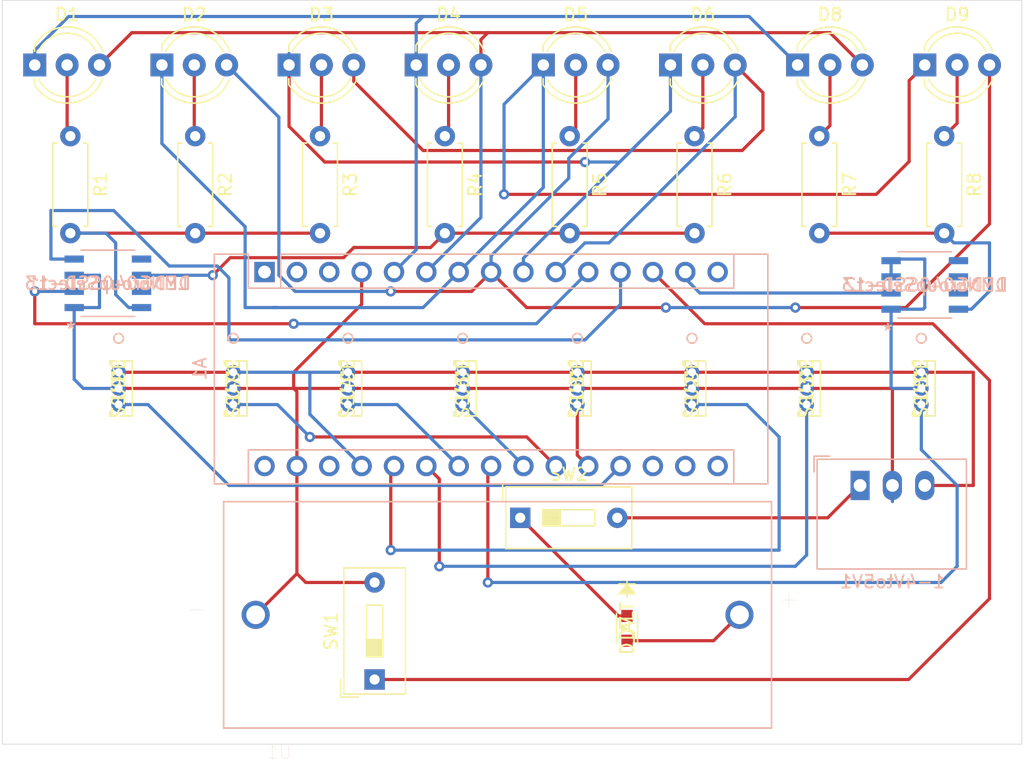
<source format=kicad_pcb>
(kicad_pcb (version 20171130) (host pcbnew "(5.1.10)-1")

  (general
    (thickness 1.6)
    (drawings 4)
    (tracks 248)
    (zones 0)
    (modules 32)
    (nets 35)
  )

  (page A4)
  (layers
    (0 F.Cu signal)
    (31 B.Cu signal)
    (32 B.Adhes user)
    (33 F.Adhes user)
    (34 B.Paste user)
    (35 F.Paste user)
    (36 B.SilkS user)
    (37 F.SilkS user)
    (38 B.Mask user)
    (39 F.Mask user)
    (40 Dwgs.User user)
    (41 Cmts.User user)
    (42 Eco1.User user)
    (43 Eco2.User user)
    (44 Edge.Cuts user)
    (45 Margin user)
    (46 B.CrtYd user)
    (47 F.CrtYd user)
    (48 B.Fab user)
    (49 F.Fab user)
  )

  (setup
    (last_trace_width 0.25)
    (trace_clearance 0.2)
    (zone_clearance 0.508)
    (zone_45_only no)
    (trace_min 0.2)
    (via_size 0.8)
    (via_drill 0.4)
    (via_min_size 0.4)
    (via_min_drill 0.3)
    (uvia_size 0.3)
    (uvia_drill 0.1)
    (uvias_allowed no)
    (uvia_min_size 0.2)
    (uvia_min_drill 0.1)
    (edge_width 0.05)
    (segment_width 0.2)
    (pcb_text_width 0.3)
    (pcb_text_size 1.5 1.5)
    (mod_edge_width 0.12)
    (mod_text_size 1 1)
    (mod_text_width 0.15)
    (pad_size 1.524 1.524)
    (pad_drill 0.762)
    (pad_to_mask_clearance 0)
    (aux_axis_origin 0 0)
    (visible_elements 7FFFFFFF)
    (pcbplotparams
      (layerselection 0x010f0_ffffffff)
      (usegerberextensions true)
      (usegerberattributes false)
      (usegerberadvancedattributes false)
      (creategerberjobfile false)
      (excludeedgelayer true)
      (linewidth 0.100000)
      (plotframeref false)
      (viasonmask false)
      (mode 1)
      (useauxorigin false)
      (hpglpennumber 1)
      (hpglpenspeed 20)
      (hpglpendiameter 15.000000)
      (psnegative false)
      (psa4output false)
      (plotreference true)
      (plotvalue true)
      (plotinvisibletext false)
      (padsonsilk false)
      (subtractmaskfromsilk false)
      (outputformat 1)
      (mirror false)
      (drillshape 0)
      (scaleselection 1)
      (outputdirectory ""))
  )

  (net 0 "")
  (net 1 "Net-(1-4Vto5V1-Pad1)")
  (net 2 GND)
  (net 3 5V)
  (net 4 A0)
  (net 5 A1)
  (net 6 D2)
  (net 7 A2)
  (net 8 D3)
  (net 9 A3)
  (net 10 D4)
  (net 11 A4)
  (net 12 D5)
  (net 13 A5)
  (net 14 D6)
  (net 15 A6)
  (net 16 D7)
  (net 17 A7)
  (net 18 D8)
  (net 19 D9)
  (net 20 D10)
  (net 21 D11)
  (net 22 "Net-(D7-Pad2)")
  (net 23 "Net-(D7-Pad1)")
  (net 24 "Net-(LEDGroupSelect1-Pad6)")
  (net 25 "Net-(LEDGroupSelect1-Pad8)")
  (net 26 "Net-(LEDGroupSelect2-Pad8)")
  (net 27 "Net-(D1-Pad2)")
  (net 28 "Net-(D2-Pad2)")
  (net 29 "Net-(D3-Pad2)")
  (net 30 "Net-(D4-Pad2)")
  (net 31 "Net-(D5-Pad2)")
  (net 32 "Net-(D6-Pad2)")
  (net 33 "Net-(D8-Pad2)")
  (net 34 "Net-(D9-Pad2)")

  (net_class Default "This is the default net class."
    (clearance 0.2)
    (trace_width 0.25)
    (via_dia 0.8)
    (via_drill 0.4)
    (uvia_dia 0.3)
    (uvia_drill 0.1)
    (add_net 5V)
    (add_net A0)
    (add_net A1)
    (add_net A2)
    (add_net A3)
    (add_net A4)
    (add_net A5)
    (add_net A6)
    (add_net A7)
    (add_net D10)
    (add_net D11)
    (add_net D2)
    (add_net D3)
    (add_net D4)
    (add_net D5)
    (add_net D6)
    (add_net D7)
    (add_net D8)
    (add_net D9)
    (add_net GND)
    (add_net "Net-(1-4Vto5V1-Pad1)")
    (add_net "Net-(D1-Pad2)")
    (add_net "Net-(D2-Pad2)")
    (add_net "Net-(D3-Pad2)")
    (add_net "Net-(D4-Pad2)")
    (add_net "Net-(D5-Pad2)")
    (add_net "Net-(D6-Pad2)")
    (add_net "Net-(D7-Pad1)")
    (add_net "Net-(D7-Pad2)")
    (add_net "Net-(D8-Pad2)")
    (add_net "Net-(D9-Pad2)")
    (add_net "Net-(LEDGroupSelect1-Pad6)")
    (add_net "Net-(LEDGroupSelect1-Pad8)")
    (add_net "Net-(LEDGroupSelect2-Pad8)")
  )

  (module 8MagnetTester4Filter:DMN6040SSS-13 (layer B.Cu) (tedit 0) (tstamp 60CC62FC)
    (at 113.688398 85.725)
    (path /60D2248E)
    (fp_text reference LEDGroupSelect1 (at 0 0) (layer B.SilkS)
      (effects (font (size 1 1) (thickness 0.15)) (justify mirror))
    )
    (fp_text value DMN6040SSD-13 (at 0 0) (layer B.SilkS)
      (effects (font (size 1 1) (thickness 0.15)) (justify mirror))
    )
    (fp_line (start -2.2352 -2.4384) (end -3.6596 -2.4384) (layer B.CrtYd) (width 0.05))
    (fp_line (start -2.2352 -2.7305) (end -2.2352 -2.4384) (layer B.CrtYd) (width 0.05))
    (fp_line (start 2.2352 -2.7305) (end -2.2352 -2.7305) (layer B.CrtYd) (width 0.05))
    (fp_line (start 2.2352 -2.4384) (end 2.2352 -2.7305) (layer B.CrtYd) (width 0.05))
    (fp_line (start 3.6596 -2.4384) (end 2.2352 -2.4384) (layer B.CrtYd) (width 0.05))
    (fp_line (start 3.6596 2.4384) (end 3.6596 -2.4384) (layer B.CrtYd) (width 0.05))
    (fp_line (start 2.2352 2.4384) (end 3.6596 2.4384) (layer B.CrtYd) (width 0.05))
    (fp_line (start 2.2352 2.7305) (end 2.2352 2.4384) (layer B.CrtYd) (width 0.05))
    (fp_line (start -2.2352 2.7305) (end 2.2352 2.7305) (layer B.CrtYd) (width 0.05))
    (fp_line (start -2.2352 2.4384) (end -2.2352 2.7305) (layer B.CrtYd) (width 0.05))
    (fp_line (start -3.6596 2.4384) (end -2.2352 2.4384) (layer B.CrtYd) (width 0.05))
    (fp_line (start -3.6596 -2.4384) (end -3.6596 2.4384) (layer B.CrtYd) (width 0.05))
    (fp_line (start -1.9812 2.4765) (end -1.9812 -2.4765) (layer B.Fab) (width 0.1))
    (fp_line (start 1.9812 2.4765) (end -1.9812 2.4765) (layer B.Fab) (width 0.1))
    (fp_line (start 1.9812 -2.4765) (end 1.9812 2.4765) (layer B.Fab) (width 0.1))
    (fp_line (start -1.9812 -2.4765) (end 1.9812 -2.4765) (layer B.Fab) (width 0.1))
    (fp_line (start 2.1082 2.6035) (end -2.1082 2.6035) (layer B.SilkS) (width 0.12))
    (fp_line (start -2.1082 -2.6035) (end 2.1082 -2.6035) (layer B.SilkS) (width 0.12))
    (fp_line (start 3.05 2.159) (end 1.9812 2.159) (layer B.Fab) (width 0.1))
    (fp_line (start 3.05 1.651) (end 3.05 2.159) (layer B.Fab) (width 0.1))
    (fp_line (start 1.9812 1.651) (end 3.05 1.651) (layer B.Fab) (width 0.1))
    (fp_line (start 1.9812 2.159) (end 1.9812 1.651) (layer B.Fab) (width 0.1))
    (fp_line (start 3.05 0.889) (end 1.9812 0.889) (layer B.Fab) (width 0.1))
    (fp_line (start 3.05 0.381) (end 3.05 0.889) (layer B.Fab) (width 0.1))
    (fp_line (start 1.9812 0.381) (end 3.05 0.381) (layer B.Fab) (width 0.1))
    (fp_line (start 1.9812 0.889) (end 1.9812 0.381) (layer B.Fab) (width 0.1))
    (fp_line (start 3.05 -0.381) (end 1.9812 -0.381) (layer B.Fab) (width 0.1))
    (fp_line (start 3.05 -0.889) (end 3.05 -0.381) (layer B.Fab) (width 0.1))
    (fp_line (start 1.9812 -0.889) (end 3.05 -0.889) (layer B.Fab) (width 0.1))
    (fp_line (start 1.9812 -0.381) (end 1.9812 -0.889) (layer B.Fab) (width 0.1))
    (fp_line (start 3.05 -1.651) (end 1.9812 -1.651) (layer B.Fab) (width 0.1))
    (fp_line (start 3.05 -2.159) (end 3.05 -1.651) (layer B.Fab) (width 0.1))
    (fp_line (start 1.9812 -2.159) (end 3.05 -2.159) (layer B.Fab) (width 0.1))
    (fp_line (start 1.9812 -1.651) (end 1.9812 -2.159) (layer B.Fab) (width 0.1))
    (fp_line (start -3.05 -2.159) (end -1.9812 -2.159) (layer B.Fab) (width 0.1))
    (fp_line (start -3.05 -1.651) (end -3.05 -2.159) (layer B.Fab) (width 0.1))
    (fp_line (start -1.9812 -1.651) (end -3.05 -1.651) (layer B.Fab) (width 0.1))
    (fp_line (start -1.9812 -2.159) (end -1.9812 -1.651) (layer B.Fab) (width 0.1))
    (fp_line (start -3.05 -0.889) (end -1.9812 -0.889) (layer B.Fab) (width 0.1))
    (fp_line (start -3.05 -0.381) (end -3.05 -0.889) (layer B.Fab) (width 0.1))
    (fp_line (start -1.9812 -0.381) (end -3.05 -0.381) (layer B.Fab) (width 0.1))
    (fp_line (start -1.9812 -0.889) (end -1.9812 -0.381) (layer B.Fab) (width 0.1))
    (fp_line (start -3.05 0.381) (end -1.9812 0.381) (layer B.Fab) (width 0.1))
    (fp_line (start -3.05 0.889) (end -3.05 0.381) (layer B.Fab) (width 0.1))
    (fp_line (start -1.9812 0.889) (end -3.05 0.889) (layer B.Fab) (width 0.1))
    (fp_line (start -1.9812 0.381) (end -1.9812 0.889) (layer B.Fab) (width 0.1))
    (fp_line (start -3.05 1.651) (end -1.9812 1.651) (layer B.Fab) (width 0.1))
    (fp_line (start -3.05 2.159) (end -3.05 1.651) (layer B.Fab) (width 0.1))
    (fp_line (start -1.9812 2.159) (end -3.05 2.159) (layer B.Fab) (width 0.1))
    (fp_line (start -1.9812 1.651) (end -1.9812 2.159) (layer B.Fab) (width 0.1))
    (fp_text user "Copyright 2021 Accelerated Designs. All rights reserved." (at 0 0) (layer Cmts.User)
      (effects (font (size 0.127 0.127) (thickness 0.002)))
    )
    (fp_text user * (at -2.8976 3.6068) (layer B.SilkS)
      (effects (font (size 1 1) (thickness 0.15)) (justify mirror))
    )
    (fp_text user * (at -1.6002 2.4003) (layer B.Fab)
      (effects (font (size 1 1) (thickness 0.15)) (justify mirror))
    )
    (fp_text user * (at -2.8976 3.6068) (layer B.SilkS)
      (effects (font (size 1 1) (thickness 0.15)) (justify mirror))
    )
    (fp_text user * (at -1.6002 2.4003) (layer B.Fab)
      (effects (font (size 1 1) (thickness 0.15)) (justify mirror))
    )
    (fp_arc (start 0 2.4765) (end 0.3048 2.4765) (angle -180) (layer B.Fab) (width 0.1))
    (pad 1 smd rect (at -2.643602 1.905) (size 1.524 0.5588) (layers B.Cu B.Paste B.Mask)
      (net 2 GND))
    (pad 2 smd rect (at -2.643602 0.635) (size 1.524 0.5588) (layers B.Cu B.Paste B.Mask)
      (net 18 D8))
    (pad 3 smd rect (at -2.643602 -0.635) (size 1.524 0.5588) (layers B.Cu B.Paste B.Mask)
      (net 2 GND))
    (pad 4 smd rect (at -2.643602 -1.905) (size 1.524 0.5588) (layers B.Cu B.Paste B.Mask)
      (net 19 D9))
    (pad 5 smd rect (at 2.643602 -1.905) (size 1.524 0.5588) (layers B.Cu B.Paste B.Mask))
    (pad 6 smd rect (at 2.643602 -0.635) (size 1.524 0.5588) (layers B.Cu B.Paste B.Mask)
      (net 24 "Net-(LEDGroupSelect1-Pad6)"))
    (pad 7 smd rect (at 2.643602 0.635) (size 1.524 0.5588) (layers B.Cu B.Paste B.Mask))
    (pad 8 smd rect (at 2.643602 1.905) (size 1.524 0.5588) (layers B.Cu B.Paste B.Mask)
      (net 25 "Net-(LEDGroupSelect1-Pad8)"))
  )

  (module 8MagnetTester4Filter:BAT_BH123A (layer B.Cu) (tedit 60CBF877) (tstamp 60CC6599)
    (at 144.272 111.76)
    (path /60E21D2F)
    (fp_text reference U1 (at -17.145 10.795) (layer B.SilkS)
      (effects (font (size 1 1) (thickness 0.015)) (justify mirror))
    )
    (fp_text value BatteryHolder (at -13.97 -10.795) (layer B.Fab)
      (effects (font (size 1 1) (thickness 0.015)) (justify mirror))
    )
    (fp_line (start -21.5 8.89) (end 21.5 8.89) (layer B.Fab) (width 0.127))
    (fp_line (start 21.5 8.89) (end 21.5 -8.89) (layer B.Fab) (width 0.127))
    (fp_line (start 21.5 -8.89) (end -21.5 -8.89) (layer B.Fab) (width 0.127))
    (fp_line (start -21.5 -8.89) (end -21.5 8.89) (layer B.Fab) (width 0.127))
    (fp_line (start -21.5 8.89) (end 21.5 8.89) (layer B.SilkS) (width 0.127))
    (fp_line (start -21.5 -8.89) (end -21.5 8.89) (layer B.SilkS) (width 0.127))
    (fp_line (start 21.5 -8.89) (end -21.5 -8.89) (layer B.SilkS) (width 0.127))
    (fp_line (start 21.5 8.89) (end 21.5 -8.89) (layer B.SilkS) (width 0.127))
    (fp_line (start -21.75 9.14) (end 21.75 9.14) (layer B.CrtYd) (width 0.05))
    (fp_line (start 21.75 9.14) (end 21.75 -9.14) (layer B.CrtYd) (width 0.05))
    (fp_line (start 21.75 -9.14) (end -21.75 -9.14) (layer B.CrtYd) (width 0.05))
    (fp_line (start -21.75 -9.14) (end -21.75 9.14) (layer B.CrtYd) (width 0.05))
    (fp_text user - (at -23.622 -0.508) (layer B.Fab)
      (effects (font (size 1.4 1.4) (thickness 0.015)) (justify mirror))
    )
    (fp_text user - (at -23.622 -0.508) (layer B.SilkS)
      (effects (font (size 1.4 1.4) (thickness 0.015)) (justify mirror))
    )
    (fp_text user + (at 22.86 -1.27) (layer B.Fab)
      (effects (font (size 1.4 1.4) (thickness 0.015)) (justify mirror))
    )
    (fp_text user + (at 22.86 -1.27) (layer B.SilkS)
      (effects (font (size 1.4 1.4) (thickness 0.015)) (justify mirror))
    )
    (pad None np_thru_hole circle (at 19.58 -6.37) (size 1.27 1.27) (drill 1.27) (layers *.Cu *.Mask))
    (pad 2 thru_hole circle (at 18.985 0) (size 2.205 2.205) (drill 1.47) (layers *.Cu *.Mask)
      (net 22 "Net-(D7-Pad2)"))
    (pad 1 thru_hole circle (at -18.985 0) (size 2.205 2.205) (drill 1.47) (layers *.Cu *.Mask)
      (net 2 GND))
  )

  (module Module:Arduino_Nano (layer B.Cu) (tedit 58ACAF70) (tstamp 60CC61DC)
    (at 125.984 84.836 270)
    (descr "Arduino Nano, http://www.mouser.com/pdfdocs/Gravitech_Arduino_Nano3_0.pdf")
    (tags "Arduino Nano")
    (path /60CB9367)
    (fp_text reference A1 (at 7.62 5.08 270) (layer B.SilkS)
      (effects (font (size 1 1) (thickness 0.15)) (justify mirror))
    )
    (fp_text value Arduino_Nano_v2.x (at 8.89 -19.05) (layer B.Fab)
      (effects (font (size 1 1) (thickness 0.15)) (justify mirror))
    )
    (fp_line (start 1.27 -1.27) (end 1.27 1.27) (layer B.SilkS) (width 0.12))
    (fp_line (start 1.27 1.27) (end -1.4 1.27) (layer B.SilkS) (width 0.12))
    (fp_line (start -1.4 -1.27) (end -1.4 -39.5) (layer B.SilkS) (width 0.12))
    (fp_line (start -1.4 3.94) (end -1.4 1.27) (layer B.SilkS) (width 0.12))
    (fp_line (start 13.97 1.27) (end 16.64 1.27) (layer B.SilkS) (width 0.12))
    (fp_line (start 13.97 1.27) (end 13.97 -36.83) (layer B.SilkS) (width 0.12))
    (fp_line (start 13.97 -36.83) (end 16.64 -36.83) (layer B.SilkS) (width 0.12))
    (fp_line (start 1.27 -1.27) (end -1.4 -1.27) (layer B.SilkS) (width 0.12))
    (fp_line (start 1.27 -1.27) (end 1.27 -36.83) (layer B.SilkS) (width 0.12))
    (fp_line (start 1.27 -36.83) (end -1.4 -36.83) (layer B.SilkS) (width 0.12))
    (fp_line (start 3.81 -31.75) (end 11.43 -31.75) (layer B.Fab) (width 0.1))
    (fp_line (start 11.43 -31.75) (end 11.43 -41.91) (layer B.Fab) (width 0.1))
    (fp_line (start 11.43 -41.91) (end 3.81 -41.91) (layer B.Fab) (width 0.1))
    (fp_line (start 3.81 -41.91) (end 3.81 -31.75) (layer B.Fab) (width 0.1))
    (fp_line (start -1.4 -39.5) (end 16.64 -39.5) (layer B.SilkS) (width 0.12))
    (fp_line (start 16.64 -39.5) (end 16.64 3.94) (layer B.SilkS) (width 0.12))
    (fp_line (start 16.64 3.94) (end -1.4 3.94) (layer B.SilkS) (width 0.12))
    (fp_line (start 16.51 -39.37) (end -1.27 -39.37) (layer B.Fab) (width 0.1))
    (fp_line (start -1.27 -39.37) (end -1.27 2.54) (layer B.Fab) (width 0.1))
    (fp_line (start -1.27 2.54) (end 0 3.81) (layer B.Fab) (width 0.1))
    (fp_line (start 0 3.81) (end 16.51 3.81) (layer B.Fab) (width 0.1))
    (fp_line (start 16.51 3.81) (end 16.51 -39.37) (layer B.Fab) (width 0.1))
    (fp_line (start -1.53 4.06) (end 16.75 4.06) (layer B.CrtYd) (width 0.05))
    (fp_line (start -1.53 4.06) (end -1.53 -42.16) (layer B.CrtYd) (width 0.05))
    (fp_line (start 16.75 -42.16) (end 16.75 4.06) (layer B.CrtYd) (width 0.05))
    (fp_line (start 16.75 -42.16) (end -1.53 -42.16) (layer B.CrtYd) (width 0.05))
    (fp_text user %R (at 6.35 -19.05) (layer B.Fab)
      (effects (font (size 1 1) (thickness 0.15)) (justify mirror))
    )
    (pad 1 thru_hole rect (at 0 0 270) (size 1.6 1.6) (drill 1) (layers *.Cu *.Mask))
    (pad 17 thru_hole oval (at 15.24 -33.02 270) (size 1.6 1.6) (drill 1) (layers *.Cu *.Mask))
    (pad 2 thru_hole oval (at 0 -2.54 270) (size 1.6 1.6) (drill 1) (layers *.Cu *.Mask))
    (pad 18 thru_hole oval (at 15.24 -30.48 270) (size 1.6 1.6) (drill 1) (layers *.Cu *.Mask))
    (pad 3 thru_hole oval (at 0 -5.08 270) (size 1.6 1.6) (drill 1) (layers *.Cu *.Mask))
    (pad 19 thru_hole oval (at 15.24 -27.94 270) (size 1.6 1.6) (drill 1) (layers *.Cu *.Mask)
      (net 4 A0))
    (pad 4 thru_hole oval (at 0 -7.62 270) (size 1.6 1.6) (drill 1) (layers *.Cu *.Mask)
      (net 2 GND))
    (pad 20 thru_hole oval (at 15.24 -25.4 270) (size 1.6 1.6) (drill 1) (layers *.Cu *.Mask)
      (net 5 A1))
    (pad 5 thru_hole oval (at 0 -10.16 270) (size 1.6 1.6) (drill 1) (layers *.Cu *.Mask)
      (net 6 D2))
    (pad 21 thru_hole oval (at 15.24 -22.86 270) (size 1.6 1.6) (drill 1) (layers *.Cu *.Mask)
      (net 7 A2))
    (pad 6 thru_hole oval (at 0 -12.7 270) (size 1.6 1.6) (drill 1) (layers *.Cu *.Mask)
      (net 8 D3))
    (pad 22 thru_hole oval (at 15.24 -20.32 270) (size 1.6 1.6) (drill 1) (layers *.Cu *.Mask)
      (net 9 A3))
    (pad 7 thru_hole oval (at 0 -15.24 270) (size 1.6 1.6) (drill 1) (layers *.Cu *.Mask)
      (net 10 D4))
    (pad 23 thru_hole oval (at 15.24 -17.78 270) (size 1.6 1.6) (drill 1) (layers *.Cu *.Mask)
      (net 11 A4))
    (pad 8 thru_hole oval (at 0 -17.78 270) (size 1.6 1.6) (drill 1) (layers *.Cu *.Mask)
      (net 12 D5))
    (pad 24 thru_hole oval (at 15.24 -15.24 270) (size 1.6 1.6) (drill 1) (layers *.Cu *.Mask)
      (net 13 A5))
    (pad 9 thru_hole oval (at 0 -20.32 270) (size 1.6 1.6) (drill 1) (layers *.Cu *.Mask)
      (net 14 D6))
    (pad 25 thru_hole oval (at 15.24 -12.7 270) (size 1.6 1.6) (drill 1) (layers *.Cu *.Mask)
      (net 15 A6))
    (pad 10 thru_hole oval (at 0 -22.86 270) (size 1.6 1.6) (drill 1) (layers *.Cu *.Mask)
      (net 16 D7))
    (pad 26 thru_hole oval (at 15.24 -10.16 270) (size 1.6 1.6) (drill 1) (layers *.Cu *.Mask)
      (net 17 A7))
    (pad 11 thru_hole oval (at 0 -25.4 270) (size 1.6 1.6) (drill 1) (layers *.Cu *.Mask)
      (net 18 D8))
    (pad 27 thru_hole oval (at 15.24 -7.62 270) (size 1.6 1.6) (drill 1) (layers *.Cu *.Mask)
      (net 3 5V))
    (pad 12 thru_hole oval (at 0 -27.94 270) (size 1.6 1.6) (drill 1) (layers *.Cu *.Mask)
      (net 19 D9))
    (pad 28 thru_hole oval (at 15.24 -5.08 270) (size 1.6 1.6) (drill 1) (layers *.Cu *.Mask))
    (pad 13 thru_hole oval (at 0 -30.48 270) (size 1.6 1.6) (drill 1) (layers *.Cu *.Mask)
      (net 20 D10))
    (pad 29 thru_hole oval (at 15.24 -2.54 270) (size 1.6 1.6) (drill 1) (layers *.Cu *.Mask)
      (net 2 GND))
    (pad 14 thru_hole oval (at 0 -33.02 270) (size 1.6 1.6) (drill 1) (layers *.Cu *.Mask)
      (net 21 D11))
    (pad 30 thru_hole oval (at 15.24 0 270) (size 1.6 1.6) (drill 1) (layers *.Cu *.Mask))
    (pad 15 thru_hole oval (at 0 -35.56 270) (size 1.6 1.6) (drill 1) (layers *.Cu *.Mask))
    (pad 16 thru_hole oval (at 15.24 -35.56 270) (size 1.6 1.6) (drill 1) (layers *.Cu *.Mask))
    (model ${KISYS3DMOD}/Module.3dshapes/Arduino_Nano_WithMountingHoles.wrl
      (at (xyz 0 0 0))
      (scale (xyz 1 1 1))
      (rotate (xyz 0 0 0))
    )
  )

  (module Converter_DCDC:Converter_DCDC_RECOM_R-78E-0.5_THT (layer B.Cu) (tedit 5B741BB0) (tstamp 60CC619F)
    (at 172.72 101.6)
    (descr "DCDC-Converter, RECOM, RECOM_R-78E-0.5, SIP-3, pitch 2.54mm, package size 11.6x8.5x10.4mm^3, https://www.recom-power.com/pdf/Innoline/R-78Exx-0.5.pdf")
    (tags "dc-dc recom buck sip-3 pitch 2.54mm")
    (path /60DF1566)
    (fp_text reference 1-4Vto5V1 (at 2.54 7.56) (layer B.SilkS)
      (effects (font (size 1 1) (thickness 0.15)) (justify mirror))
    )
    (fp_text value StepUpConverter (at 2.54 -3) (layer B.Fab)
      (effects (font (size 1 1) (thickness 0.15)) (justify mirror))
    )
    (fp_line (start 8.54 6.75) (end -3.57 6.75) (layer B.CrtYd) (width 0.05))
    (fp_line (start 8.54 -2.25) (end 8.54 6.75) (layer B.CrtYd) (width 0.05))
    (fp_line (start -3.57 -2.25) (end 8.54 -2.25) (layer B.CrtYd) (width 0.05))
    (fp_line (start -3.57 6.75) (end -3.57 -2.25) (layer B.CrtYd) (width 0.05))
    (fp_line (start -3.611 -2.3) (end -2.371 -2.3) (layer B.SilkS) (width 0.12))
    (fp_line (start -3.611 -1.06) (end -3.611 -2.3) (layer B.SilkS) (width 0.12))
    (fp_line (start 8.35 6.56) (end 8.35 -2.06) (layer B.SilkS) (width 0.12))
    (fp_line (start -3.371 6.56) (end -3.371 -2.06) (layer B.SilkS) (width 0.12))
    (fp_line (start -3.371 -2.06) (end 8.35 -2.06) (layer B.SilkS) (width 0.12))
    (fp_line (start -3.371 6.56) (end 8.35 6.56) (layer B.SilkS) (width 0.12))
    (fp_line (start -3.31 -1) (end -3.31 6.5) (layer B.Fab) (width 0.1))
    (fp_line (start -2.31 -2) (end -3.31 -1) (layer B.Fab) (width 0.1))
    (fp_line (start 8.29 -2) (end -2.31 -2) (layer B.Fab) (width 0.1))
    (fp_line (start 8.29 6.5) (end 8.29 -2) (layer B.Fab) (width 0.1))
    (fp_line (start -3.31 6.5) (end 8.29 6.5) (layer B.Fab) (width 0.1))
    (fp_text user %R (at 2.54 2.25) (layer B.Fab)
      (effects (font (size 1 1) (thickness 0.15)) (justify mirror))
    )
    (pad 3 thru_hole oval (at 5.08 0) (size 1.5 2.3) (drill 1) (layers *.Cu *.Mask)
      (net 3 5V))
    (pad 2 thru_hole oval (at 2.54 0) (size 1.5 2.3) (drill 1) (layers *.Cu *.Mask)
      (net 2 GND))
    (pad 1 thru_hole rect (at 0 0) (size 1.5 2.3) (drill 1) (layers *.Cu *.Mask)
      (net 1 "Net-(1-4Vto5V1-Pad1)"))
    (model ${KISYS3DMOD}/Converter_DCDC.3dshapes/Converter_DCDC_RECOM_R-78E-0.5_THT.wrl
      (at (xyz 0 0 0))
      (scale (xyz 1 1 1))
      (rotate (xyz 0 0 0))
    )
  )

  (module LED_THT:LED_D5.0mm-3 (layer F.Cu) (tedit 587A3A7B) (tstamp 60CC62B4)
    (at 177.8 68.58)
    (descr "LED, diameter 5.0mm, 2 pins, diameter 5.0mm, 3 pins, http://www.kingbright.com/attachments/file/psearch/000/00/00/L-59EGC(Ver.17A).pdf")
    (tags "LED diameter 5.0mm 2 pins diameter 5.0mm 3 pins")
    (path /60F0263D)
    (fp_text reference D9 (at 2.54 -3.96) (layer F.SilkS)
      (effects (font (size 1 1) (thickness 0.15)))
    )
    (fp_text value LED_Dual_AAC (at 2.54 3.96) (layer F.Fab)
      (effects (font (size 1 1) (thickness 0.15)))
    )
    (fp_circle (center 2.54 0) (end 5.04 0) (layer F.Fab) (width 0.1))
    (fp_line (start 0.04 -1.469694) (end 0.04 1.469694) (layer F.Fab) (width 0.1))
    (fp_line (start -0.02 -1.545) (end -0.02 -1.08) (layer F.SilkS) (width 0.12))
    (fp_line (start -0.02 1.08) (end -0.02 1.545) (layer F.SilkS) (width 0.12))
    (fp_line (start -1.15 -3.25) (end -1.15 3.25) (layer F.CrtYd) (width 0.05))
    (fp_line (start -1.15 3.25) (end 6.25 3.25) (layer F.CrtYd) (width 0.05))
    (fp_line (start 6.25 3.25) (end 6.25 -3.25) (layer F.CrtYd) (width 0.05))
    (fp_line (start 6.25 -3.25) (end -1.15 -3.25) (layer F.CrtYd) (width 0.05))
    (fp_arc (start 2.54 0) (end 0.04 -1.469694) (angle 299.1) (layer F.Fab) (width 0.1))
    (fp_arc (start 2.54 0) (end -0.02 -1.54483) (angle 127.7) (layer F.SilkS) (width 0.12))
    (fp_arc (start 2.54 0) (end -0.02 1.54483) (angle -127.7) (layer F.SilkS) (width 0.12))
    (fp_arc (start 2.54 0) (end 0.285316 -1.08) (angle 128.8) (layer F.SilkS) (width 0.12))
    (fp_arc (start 2.54 0) (end 0.285316 1.08) (angle -128.8) (layer F.SilkS) (width 0.12))
    (pad 1 thru_hole rect (at 0 0) (size 1.8 1.8) (drill 0.9) (layers *.Cu *.Mask)
      (net 10 D4))
    (pad 2 thru_hole circle (at 2.54 0) (size 1.8 1.8) (drill 0.9) (layers *.Cu *.Mask)
      (net 34 "Net-(D9-Pad2)"))
    (pad 3 thru_hole circle (at 5.08 0) (size 1.8 1.8) (drill 0.9) (layers *.Cu *.Mask)
      (net 12 D5))
    (model ${KISYS3DMOD}/LED_THT.3dshapes/LED_D5.0mm-3.wrl
      (at (xyz 0 0 0))
      (scale (xyz 1 1 1))
      (rotate (xyz 0 0 0))
    )
  )

  (module LED_THT:LED_D5.0mm-3 (layer F.Cu) (tedit 587A3A7B) (tstamp 60CC61F0)
    (at 107.95 68.58)
    (descr "LED, diameter 5.0mm, 2 pins, diameter 5.0mm, 3 pins, http://www.kingbright.com/attachments/file/psearch/000/00/00/L-59EGC(Ver.17A).pdf")
    (tags "LED diameter 5.0mm 2 pins diameter 5.0mm 3 pins")
    (path /60EF1F3B)
    (fp_text reference D1 (at 2.54 -3.96) (layer F.SilkS)
      (effects (font (size 1 1) (thickness 0.15)))
    )
    (fp_text value LED_Dual_AAC (at 2.54 3.96) (layer F.Fab)
      (effects (font (size 1 1) (thickness 0.15)))
    )
    (fp_circle (center 2.54 0) (end 5.04 0) (layer F.Fab) (width 0.1))
    (fp_line (start 0.04 -1.469694) (end 0.04 1.469694) (layer F.Fab) (width 0.1))
    (fp_line (start -0.02 -1.545) (end -0.02 -1.08) (layer F.SilkS) (width 0.12))
    (fp_line (start -0.02 1.08) (end -0.02 1.545) (layer F.SilkS) (width 0.12))
    (fp_line (start -1.15 -3.25) (end -1.15 3.25) (layer F.CrtYd) (width 0.05))
    (fp_line (start -1.15 3.25) (end 6.25 3.25) (layer F.CrtYd) (width 0.05))
    (fp_line (start 6.25 3.25) (end 6.25 -3.25) (layer F.CrtYd) (width 0.05))
    (fp_line (start 6.25 -3.25) (end -1.15 -3.25) (layer F.CrtYd) (width 0.05))
    (fp_arc (start 2.54 0) (end 0.04 -1.469694) (angle 299.1) (layer F.Fab) (width 0.1))
    (fp_arc (start 2.54 0) (end -0.02 -1.54483) (angle 127.7) (layer F.SilkS) (width 0.12))
    (fp_arc (start 2.54 0) (end -0.02 1.54483) (angle -127.7) (layer F.SilkS) (width 0.12))
    (fp_arc (start 2.54 0) (end 0.285316 -1.08) (angle 128.8) (layer F.SilkS) (width 0.12))
    (fp_arc (start 2.54 0) (end 0.285316 1.08) (angle -128.8) (layer F.SilkS) (width 0.12))
    (pad 1 thru_hole rect (at 0 0) (size 1.8 1.8) (drill 0.9) (layers *.Cu *.Mask)
      (net 6 D2))
    (pad 2 thru_hole circle (at 2.54 0) (size 1.8 1.8) (drill 0.9) (layers *.Cu *.Mask)
      (net 27 "Net-(D1-Pad2)"))
    (pad 3 thru_hole circle (at 5.08 0) (size 1.8 1.8) (drill 0.9) (layers *.Cu *.Mask)
      (net 8 D3))
    (model ${KISYS3DMOD}/LED_THT.3dshapes/LED_D5.0mm-3.wrl
      (at (xyz 0 0 0))
      (scale (xyz 1 1 1))
      (rotate (xyz 0 0 0))
    )
  )

  (module LED_THT:LED_D5.0mm-3 (layer F.Cu) (tedit 587A3A7B) (tstamp 60CC6204)
    (at 117.928571 68.58)
    (descr "LED, diameter 5.0mm, 2 pins, diameter 5.0mm, 3 pins, http://www.kingbright.com/attachments/file/psearch/000/00/00/L-59EGC(Ver.17A).pdf")
    (tags "LED diameter 5.0mm 2 pins diameter 5.0mm 3 pins")
    (path /60EFAD69)
    (fp_text reference D2 (at 2.54 -3.96) (layer F.SilkS)
      (effects (font (size 1 1) (thickness 0.15)))
    )
    (fp_text value LED_Dual_AAC (at 2.54 3.96) (layer F.Fab)
      (effects (font (size 1 1) (thickness 0.15)))
    )
    (fp_line (start 6.25 -3.25) (end -1.15 -3.25) (layer F.CrtYd) (width 0.05))
    (fp_line (start 6.25 3.25) (end 6.25 -3.25) (layer F.CrtYd) (width 0.05))
    (fp_line (start -1.15 3.25) (end 6.25 3.25) (layer F.CrtYd) (width 0.05))
    (fp_line (start -1.15 -3.25) (end -1.15 3.25) (layer F.CrtYd) (width 0.05))
    (fp_line (start -0.02 1.08) (end -0.02 1.545) (layer F.SilkS) (width 0.12))
    (fp_line (start -0.02 -1.545) (end -0.02 -1.08) (layer F.SilkS) (width 0.12))
    (fp_line (start 0.04 -1.469694) (end 0.04 1.469694) (layer F.Fab) (width 0.1))
    (fp_circle (center 2.54 0) (end 5.04 0) (layer F.Fab) (width 0.1))
    (fp_arc (start 2.54 0) (end 0.285316 1.08) (angle -128.8) (layer F.SilkS) (width 0.12))
    (fp_arc (start 2.54 0) (end 0.285316 -1.08) (angle 128.8) (layer F.SilkS) (width 0.12))
    (fp_arc (start 2.54 0) (end -0.02 1.54483) (angle -127.7) (layer F.SilkS) (width 0.12))
    (fp_arc (start 2.54 0) (end -0.02 -1.54483) (angle 127.7) (layer F.SilkS) (width 0.12))
    (fp_arc (start 2.54 0) (end 0.04 -1.469694) (angle 299.1) (layer F.Fab) (width 0.1))
    (pad 3 thru_hole circle (at 5.08 0) (size 1.8 1.8) (drill 0.9) (layers *.Cu *.Mask)
      (net 12 D5))
    (pad 2 thru_hole circle (at 2.54 0) (size 1.8 1.8) (drill 0.9) (layers *.Cu *.Mask)
      (net 28 "Net-(D2-Pad2)"))
    (pad 1 thru_hole rect (at 0 0) (size 1.8 1.8) (drill 0.9) (layers *.Cu *.Mask)
      (net 10 D4))
    (model ${KISYS3DMOD}/LED_THT.3dshapes/LED_D5.0mm-3.wrl
      (at (xyz 0 0 0))
      (scale (xyz 1 1 1))
      (rotate (xyz 0 0 0))
    )
  )

  (module LED_THT:LED_D5.0mm-3 (layer F.Cu) (tedit 587A3A7B) (tstamp 60CC6218)
    (at 127.907142 68.58)
    (descr "LED, diameter 5.0mm, 2 pins, diameter 5.0mm, 3 pins, http://www.kingbright.com/attachments/file/psearch/000/00/00/L-59EGC(Ver.17A).pdf")
    (tags "LED diameter 5.0mm 2 pins diameter 5.0mm 3 pins")
    (path /60EFC094)
    (fp_text reference D3 (at 2.54 -3.96) (layer F.SilkS)
      (effects (font (size 1 1) (thickness 0.15)))
    )
    (fp_text value LED_Dual_AAC (at 2.54 3.96) (layer F.Fab)
      (effects (font (size 1 1) (thickness 0.15)))
    )
    (fp_circle (center 2.54 0) (end 5.04 0) (layer F.Fab) (width 0.1))
    (fp_line (start 0.04 -1.469694) (end 0.04 1.469694) (layer F.Fab) (width 0.1))
    (fp_line (start -0.02 -1.545) (end -0.02 -1.08) (layer F.SilkS) (width 0.12))
    (fp_line (start -0.02 1.08) (end -0.02 1.545) (layer F.SilkS) (width 0.12))
    (fp_line (start -1.15 -3.25) (end -1.15 3.25) (layer F.CrtYd) (width 0.05))
    (fp_line (start -1.15 3.25) (end 6.25 3.25) (layer F.CrtYd) (width 0.05))
    (fp_line (start 6.25 3.25) (end 6.25 -3.25) (layer F.CrtYd) (width 0.05))
    (fp_line (start 6.25 -3.25) (end -1.15 -3.25) (layer F.CrtYd) (width 0.05))
    (fp_arc (start 2.54 0) (end 0.04 -1.469694) (angle 299.1) (layer F.Fab) (width 0.1))
    (fp_arc (start 2.54 0) (end -0.02 -1.54483) (angle 127.7) (layer F.SilkS) (width 0.12))
    (fp_arc (start 2.54 0) (end -0.02 1.54483) (angle -127.7) (layer F.SilkS) (width 0.12))
    (fp_arc (start 2.54 0) (end 0.285316 -1.08) (angle 128.8) (layer F.SilkS) (width 0.12))
    (fp_arc (start 2.54 0) (end 0.285316 1.08) (angle -128.8) (layer F.SilkS) (width 0.12))
    (pad 1 thru_hole rect (at 0 0) (size 1.8 1.8) (drill 0.9) (layers *.Cu *.Mask)
      (net 14 D6))
    (pad 2 thru_hole circle (at 2.54 0) (size 1.8 1.8) (drill 0.9) (layers *.Cu *.Mask)
      (net 29 "Net-(D3-Pad2)"))
    (pad 3 thru_hole circle (at 5.08 0) (size 1.8 1.8) (drill 0.9) (layers *.Cu *.Mask)
      (net 16 D7))
    (model ${KISYS3DMOD}/LED_THT.3dshapes/LED_D5.0mm-3.wrl
      (at (xyz 0 0 0))
      (scale (xyz 1 1 1))
      (rotate (xyz 0 0 0))
    )
  )

  (module LED_THT:LED_D5.0mm-3 (layer F.Cu) (tedit 587A3A7B) (tstamp 60CC622C)
    (at 137.885713 68.58)
    (descr "LED, diameter 5.0mm, 2 pins, diameter 5.0mm, 3 pins, http://www.kingbright.com/attachments/file/psearch/000/00/00/L-59EGC(Ver.17A).pdf")
    (tags "LED diameter 5.0mm 2 pins diameter 5.0mm 3 pins")
    (path /60EFD734)
    (fp_text reference D4 (at 2.54 -3.96) (layer F.SilkS)
      (effects (font (size 1 1) (thickness 0.15)))
    )
    (fp_text value LED_Dual_AAC (at 2.54 3.96) (layer F.Fab)
      (effects (font (size 1 1) (thickness 0.15)))
    )
    (fp_line (start 6.25 -3.25) (end -1.15 -3.25) (layer F.CrtYd) (width 0.05))
    (fp_line (start 6.25 3.25) (end 6.25 -3.25) (layer F.CrtYd) (width 0.05))
    (fp_line (start -1.15 3.25) (end 6.25 3.25) (layer F.CrtYd) (width 0.05))
    (fp_line (start -1.15 -3.25) (end -1.15 3.25) (layer F.CrtYd) (width 0.05))
    (fp_line (start -0.02 1.08) (end -0.02 1.545) (layer F.SilkS) (width 0.12))
    (fp_line (start -0.02 -1.545) (end -0.02 -1.08) (layer F.SilkS) (width 0.12))
    (fp_line (start 0.04 -1.469694) (end 0.04 1.469694) (layer F.Fab) (width 0.1))
    (fp_circle (center 2.54 0) (end 5.04 0) (layer F.Fab) (width 0.1))
    (fp_arc (start 2.54 0) (end 0.285316 1.08) (angle -128.8) (layer F.SilkS) (width 0.12))
    (fp_arc (start 2.54 0) (end 0.285316 -1.08) (angle 128.8) (layer F.SilkS) (width 0.12))
    (fp_arc (start 2.54 0) (end -0.02 1.54483) (angle -127.7) (layer F.SilkS) (width 0.12))
    (fp_arc (start 2.54 0) (end -0.02 -1.54483) (angle 127.7) (layer F.SilkS) (width 0.12))
    (fp_arc (start 2.54 0) (end 0.04 -1.469694) (angle 299.1) (layer F.Fab) (width 0.1))
    (pad 3 thru_hole circle (at 5.08 0) (size 1.8 1.8) (drill 0.9) (layers *.Cu *.Mask)
      (net 8 D3))
    (pad 2 thru_hole circle (at 2.54 0) (size 1.8 1.8) (drill 0.9) (layers *.Cu *.Mask)
      (net 30 "Net-(D4-Pad2)"))
    (pad 1 thru_hole rect (at 0 0) (size 1.8 1.8) (drill 0.9) (layers *.Cu *.Mask)
      (net 6 D2))
    (model ${KISYS3DMOD}/LED_THT.3dshapes/LED_D5.0mm-3.wrl
      (at (xyz 0 0 0))
      (scale (xyz 1 1 1))
      (rotate (xyz 0 0 0))
    )
  )

  (module LED_THT:LED_D5.0mm-3 (layer F.Cu) (tedit 587A3A7B) (tstamp 60CC6240)
    (at 147.864284 68.58)
    (descr "LED, diameter 5.0mm, 2 pins, diameter 5.0mm, 3 pins, http://www.kingbright.com/attachments/file/psearch/000/00/00/L-59EGC(Ver.17A).pdf")
    (tags "LED diameter 5.0mm 2 pins diameter 5.0mm 3 pins")
    (path /60EFEB95)
    (fp_text reference D5 (at 2.54 -3.96) (layer F.SilkS)
      (effects (font (size 1 1) (thickness 0.15)))
    )
    (fp_text value LED_Dual_AAC (at 2.54 3.96) (layer F.Fab)
      (effects (font (size 1 1) (thickness 0.15)))
    )
    (fp_circle (center 2.54 0) (end 5.04 0) (layer F.Fab) (width 0.1))
    (fp_line (start 0.04 -1.469694) (end 0.04 1.469694) (layer F.Fab) (width 0.1))
    (fp_line (start -0.02 -1.545) (end -0.02 -1.08) (layer F.SilkS) (width 0.12))
    (fp_line (start -0.02 1.08) (end -0.02 1.545) (layer F.SilkS) (width 0.12))
    (fp_line (start -1.15 -3.25) (end -1.15 3.25) (layer F.CrtYd) (width 0.05))
    (fp_line (start -1.15 3.25) (end 6.25 3.25) (layer F.CrtYd) (width 0.05))
    (fp_line (start 6.25 3.25) (end 6.25 -3.25) (layer F.CrtYd) (width 0.05))
    (fp_line (start 6.25 -3.25) (end -1.15 -3.25) (layer F.CrtYd) (width 0.05))
    (fp_arc (start 2.54 0) (end 0.04 -1.469694) (angle 299.1) (layer F.Fab) (width 0.1))
    (fp_arc (start 2.54 0) (end -0.02 -1.54483) (angle 127.7) (layer F.SilkS) (width 0.12))
    (fp_arc (start 2.54 0) (end -0.02 1.54483) (angle -127.7) (layer F.SilkS) (width 0.12))
    (fp_arc (start 2.54 0) (end 0.285316 -1.08) (angle 128.8) (layer F.SilkS) (width 0.12))
    (fp_arc (start 2.54 0) (end 0.285316 1.08) (angle -128.8) (layer F.SilkS) (width 0.12))
    (pad 1 thru_hole rect (at 0 0) (size 1.8 1.8) (drill 0.9) (layers *.Cu *.Mask)
      (net 10 D4))
    (pad 2 thru_hole circle (at 2.54 0) (size 1.8 1.8) (drill 0.9) (layers *.Cu *.Mask)
      (net 31 "Net-(D5-Pad2)"))
    (pad 3 thru_hole circle (at 5.08 0) (size 1.8 1.8) (drill 0.9) (layers *.Cu *.Mask)
      (net 12 D5))
    (model ${KISYS3DMOD}/LED_THT.3dshapes/LED_D5.0mm-3.wrl
      (at (xyz 0 0 0))
      (scale (xyz 1 1 1))
      (rotate (xyz 0 0 0))
    )
  )

  (module LED_THT:LED_D5.0mm-3 (layer F.Cu) (tedit 587A3A7B) (tstamp 60CC6254)
    (at 157.842855 68.58)
    (descr "LED, diameter 5.0mm, 2 pins, diameter 5.0mm, 3 pins, http://www.kingbright.com/attachments/file/psearch/000/00/00/L-59EGC(Ver.17A).pdf")
    (tags "LED diameter 5.0mm 2 pins diameter 5.0mm 3 pins")
    (path /60EFFDA3)
    (fp_text reference D6 (at 2.54 -3.96) (layer F.SilkS)
      (effects (font (size 1 1) (thickness 0.15)))
    )
    (fp_text value LED_Dual_AAC (at 2.54 3.96) (layer F.Fab)
      (effects (font (size 1 1) (thickness 0.15)))
    )
    (fp_line (start 6.25 -3.25) (end -1.15 -3.25) (layer F.CrtYd) (width 0.05))
    (fp_line (start 6.25 3.25) (end 6.25 -3.25) (layer F.CrtYd) (width 0.05))
    (fp_line (start -1.15 3.25) (end 6.25 3.25) (layer F.CrtYd) (width 0.05))
    (fp_line (start -1.15 -3.25) (end -1.15 3.25) (layer F.CrtYd) (width 0.05))
    (fp_line (start -0.02 1.08) (end -0.02 1.545) (layer F.SilkS) (width 0.12))
    (fp_line (start -0.02 -1.545) (end -0.02 -1.08) (layer F.SilkS) (width 0.12))
    (fp_line (start 0.04 -1.469694) (end 0.04 1.469694) (layer F.Fab) (width 0.1))
    (fp_circle (center 2.54 0) (end 5.04 0) (layer F.Fab) (width 0.1))
    (fp_arc (start 2.54 0) (end 0.285316 1.08) (angle -128.8) (layer F.SilkS) (width 0.12))
    (fp_arc (start 2.54 0) (end 0.285316 -1.08) (angle 128.8) (layer F.SilkS) (width 0.12))
    (fp_arc (start 2.54 0) (end -0.02 1.54483) (angle -127.7) (layer F.SilkS) (width 0.12))
    (fp_arc (start 2.54 0) (end -0.02 -1.54483) (angle 127.7) (layer F.SilkS) (width 0.12))
    (fp_arc (start 2.54 0) (end 0.04 -1.469694) (angle 299.1) (layer F.Fab) (width 0.1))
    (pad 3 thru_hole circle (at 5.08 0) (size 1.8 1.8) (drill 0.9) (layers *.Cu *.Mask)
      (net 16 D7))
    (pad 2 thru_hole circle (at 2.54 0) (size 1.8 1.8) (drill 0.9) (layers *.Cu *.Mask)
      (net 32 "Net-(D6-Pad2)"))
    (pad 1 thru_hole rect (at 0 0) (size 1.8 1.8) (drill 0.9) (layers *.Cu *.Mask)
      (net 14 D6))
    (model ${KISYS3DMOD}/LED_THT.3dshapes/LED_D5.0mm-3.wrl
      (at (xyz 0 0 0))
      (scale (xyz 1 1 1))
      (rotate (xyz 0 0 0))
    )
  )

  (module 8MagnetTester4Filter:SD0805S020S1R0 (layer F.Cu) (tedit 0) (tstamp 60CC628C)
    (at 154.432 112.82045 270)
    (path /60CF80F3)
    (fp_text reference D7 (at 0 0 90) (layer F.SilkS)
      (effects (font (size 1 1) (thickness 0.15)))
    )
    (fp_text value D_ALT (at 0 0 90) (layer F.SilkS)
      (effects (font (size 1 1) (thickness 0.15)))
    )
    (fp_line (start -1.3081 0.6985) (end -1.7018 0.6985) (layer F.CrtYd) (width 0.05))
    (fp_line (start -1.3081 0.9525) (end -1.3081 0.6985) (layer F.CrtYd) (width 0.05))
    (fp_line (start 1.3081 0.9525) (end -1.3081 0.9525) (layer F.CrtYd) (width 0.05))
    (fp_line (start 1.3081 0.6985) (end 1.3081 0.9525) (layer F.CrtYd) (width 0.05))
    (fp_line (start 1.7018 0.6985) (end 1.3081 0.6985) (layer F.CrtYd) (width 0.05))
    (fp_line (start 1.7018 -0.6985) (end 1.7018 0.6985) (layer F.CrtYd) (width 0.05))
    (fp_line (start 1.3081 -0.6985) (end 1.7018 -0.6985) (layer F.CrtYd) (width 0.05))
    (fp_line (start 1.3081 -0.9525) (end 1.3081 -0.6985) (layer F.CrtYd) (width 0.05))
    (fp_line (start -1.3081 -0.9525) (end 1.3081 -0.9525) (layer F.CrtYd) (width 0.05))
    (fp_line (start -1.3081 -0.6985) (end -1.3081 -0.9525) (layer F.CrtYd) (width 0.05))
    (fp_line (start -1.7018 -0.6985) (end -1.3081 -0.6985) (layer F.CrtYd) (width 0.05))
    (fp_line (start -1.7018 0.6985) (end -1.7018 -0.6985) (layer F.CrtYd) (width 0.05))
    (fp_line (start -1.0541 -0.6985) (end -1.0541 0.6985) (layer F.Fab) (width 0.1))
    (fp_line (start 1.0541 -0.6985) (end -1.0541 -0.6985) (layer F.Fab) (width 0.1))
    (fp_line (start 1.0541 0.6985) (end 1.0541 -0.6985) (layer F.Fab) (width 0.1))
    (fp_line (start -1.0541 0.6985) (end 1.0541 0.6985) (layer F.Fab) (width 0.1))
    (fp_line (start 1.1811 -0.8255) (end -1.1811 -0.8255) (layer F.SilkS) (width 0.12))
    (fp_line (start -1.1811 0.8255) (end 1.1811 0.8255) (layer F.SilkS) (width 0.12))
    (fp_line (start -2.7178 -0.635) (end -2.7178 0.635) (layer F.SilkS) (width 0.12))
    (fp_line (start -3.4798 0) (end -2.7178 0.127) (layer F.SilkS) (width 0.12))
    (fp_line (start -3.4798 0) (end -2.7178 0.254) (layer F.SilkS) (width 0.12))
    (fp_line (start -3.4798 0) (end -2.7178 0.381) (layer F.SilkS) (width 0.12))
    (fp_line (start -3.4798 0) (end -2.7178 0.508) (layer F.SilkS) (width 0.12))
    (fp_line (start -3.4798 0) (end -2.7178 0.635) (layer F.SilkS) (width 0.12))
    (fp_line (start -3.4798 0) (end -2.7178 -0.127) (layer F.SilkS) (width 0.12))
    (fp_line (start -3.4798 0) (end -2.7178 -0.254) (layer F.SilkS) (width 0.12))
    (fp_line (start -3.4798 0) (end -2.7178 -0.381) (layer F.SilkS) (width 0.12))
    (fp_line (start -3.4798 0) (end -2.7178 -0.508) (layer F.SilkS) (width 0.12))
    (fp_line (start -3.4798 0) (end -2.7178 -0.635) (layer F.SilkS) (width 0.12))
    (fp_line (start -3.4798 -0.635) (end -3.4798 0.635) (layer F.SilkS) (width 0.12))
    (fp_line (start -2.4638 0) (end -3.7338 0) (layer F.SilkS) (width 0.12))
    (fp_line (start -2.7178 -0.635) (end -2.7178 0.635) (layer F.Fab) (width 0.1))
    (fp_line (start -3.4798 0) (end -2.7178 0.127) (layer F.Fab) (width 0.1))
    (fp_line (start -3.4798 0) (end -2.7178 0.254) (layer F.Fab) (width 0.1))
    (fp_line (start -3.4798 0) (end -2.7178 0.381) (layer F.Fab) (width 0.1))
    (fp_line (start -3.4798 0) (end -2.7178 0.508) (layer F.Fab) (width 0.1))
    (fp_line (start -3.4798 0) (end -2.7178 0.635) (layer F.Fab) (width 0.1))
    (fp_line (start -3.4798 0) (end -2.7178 -0.127) (layer F.Fab) (width 0.1))
    (fp_line (start -3.4798 0) (end -2.7178 -0.254) (layer F.Fab) (width 0.1))
    (fp_line (start -3.4798 0) (end -2.7178 -0.381) (layer F.Fab) (width 0.1))
    (fp_line (start -3.4798 0) (end -2.7178 -0.508) (layer F.Fab) (width 0.1))
    (fp_line (start -3.4798 0) (end -2.7178 -0.635) (layer F.Fab) (width 0.1))
    (fp_line (start -3.4798 -0.635) (end -3.4798 0.635) (layer F.Fab) (width 0.1))
    (fp_line (start -2.4638 0) (end -3.7338 0) (layer F.Fab) (width 0.1))
    (fp_text user "Copyright 2021 Accelerated Designs. All rights reserved." (at 0 0 90) (layer Cmts.User)
      (effects (font (size 0.127 0.127) (thickness 0.002)))
    )
    (fp_text user * (at 0 0 90) (layer F.SilkS)
      (effects (font (size 1 1) (thickness 0.15)))
    )
    (fp_text user * (at 0 0 90) (layer F.Fab)
      (effects (font (size 1 1) (thickness 0.15)))
    )
    (pad 1 smd rect (at -0.97155 0 270) (size 0.9525 0.889) (layers F.Cu F.Paste F.Mask)
      (net 23 "Net-(D7-Pad1)"))
    (pad 2 smd rect (at 0.97155 0 270) (size 0.9525 0.889) (layers F.Cu F.Paste F.Mask)
      (net 22 "Net-(D7-Pad2)"))
  )

  (module LED_THT:LED_D5.0mm-3 (layer F.Cu) (tedit 587A3A7B) (tstamp 60CC62A0)
    (at 167.821426 68.58)
    (descr "LED, diameter 5.0mm, 2 pins, diameter 5.0mm, 3 pins, http://www.kingbright.com/attachments/file/psearch/000/00/00/L-59EGC(Ver.17A).pdf")
    (tags "LED diameter 5.0mm 2 pins diameter 5.0mm 3 pins")
    (path /60F01290)
    (fp_text reference D8 (at 2.54 -3.96) (layer F.SilkS)
      (effects (font (size 1 1) (thickness 0.15)))
    )
    (fp_text value LED_Dual_AAC (at 2.54 3.96) (layer F.Fab)
      (effects (font (size 1 1) (thickness 0.15)))
    )
    (fp_line (start 6.25 -3.25) (end -1.15 -3.25) (layer F.CrtYd) (width 0.05))
    (fp_line (start 6.25 3.25) (end 6.25 -3.25) (layer F.CrtYd) (width 0.05))
    (fp_line (start -1.15 3.25) (end 6.25 3.25) (layer F.CrtYd) (width 0.05))
    (fp_line (start -1.15 -3.25) (end -1.15 3.25) (layer F.CrtYd) (width 0.05))
    (fp_line (start -0.02 1.08) (end -0.02 1.545) (layer F.SilkS) (width 0.12))
    (fp_line (start -0.02 -1.545) (end -0.02 -1.08) (layer F.SilkS) (width 0.12))
    (fp_line (start 0.04 -1.469694) (end 0.04 1.469694) (layer F.Fab) (width 0.1))
    (fp_circle (center 2.54 0) (end 5.04 0) (layer F.Fab) (width 0.1))
    (fp_arc (start 2.54 0) (end 0.285316 1.08) (angle -128.8) (layer F.SilkS) (width 0.12))
    (fp_arc (start 2.54 0) (end 0.285316 -1.08) (angle 128.8) (layer F.SilkS) (width 0.12))
    (fp_arc (start 2.54 0) (end -0.02 1.54483) (angle -127.7) (layer F.SilkS) (width 0.12))
    (fp_arc (start 2.54 0) (end -0.02 -1.54483) (angle 127.7) (layer F.SilkS) (width 0.12))
    (fp_arc (start 2.54 0) (end 0.04 -1.469694) (angle 299.1) (layer F.Fab) (width 0.1))
    (pad 3 thru_hole circle (at 5.08 0) (size 1.8 1.8) (drill 0.9) (layers *.Cu *.Mask)
      (net 8 D3))
    (pad 2 thru_hole circle (at 2.54 0) (size 1.8 1.8) (drill 0.9) (layers *.Cu *.Mask)
      (net 33 "Net-(D8-Pad2)"))
    (pad 1 thru_hole rect (at 0 0) (size 1.8 1.8) (drill 0.9) (layers *.Cu *.Mask)
      (net 6 D2))
    (model ${KISYS3DMOD}/LED_THT.3dshapes/LED_D5.0mm-3.wrl
      (at (xyz 0 0 0))
      (scale (xyz 1 1 1))
      (rotate (xyz 0 0 0))
    )
  )

  (module 8MagnetTester4Filter:DMN6040SSS-13 (layer B.Cu) (tedit 0) (tstamp 60CC6344)
    (at 177.8 85.852)
    (path /60D238B4)
    (fp_text reference LEDGroupSelect2 (at 0 0) (layer B.SilkS)
      (effects (font (size 1 1) (thickness 0.15)) (justify mirror))
    )
    (fp_text value DMN6040SSD-13 (at 0 0) (layer B.SilkS)
      (effects (font (size 1 1) (thickness 0.15)) (justify mirror))
    )
    (fp_line (start -1.9812 1.651) (end -1.9812 2.159) (layer B.Fab) (width 0.1))
    (fp_line (start -1.9812 2.159) (end -3.05 2.159) (layer B.Fab) (width 0.1))
    (fp_line (start -3.05 2.159) (end -3.05 1.651) (layer B.Fab) (width 0.1))
    (fp_line (start -3.05 1.651) (end -1.9812 1.651) (layer B.Fab) (width 0.1))
    (fp_line (start -1.9812 0.381) (end -1.9812 0.889) (layer B.Fab) (width 0.1))
    (fp_line (start -1.9812 0.889) (end -3.05 0.889) (layer B.Fab) (width 0.1))
    (fp_line (start -3.05 0.889) (end -3.05 0.381) (layer B.Fab) (width 0.1))
    (fp_line (start -3.05 0.381) (end -1.9812 0.381) (layer B.Fab) (width 0.1))
    (fp_line (start -1.9812 -0.889) (end -1.9812 -0.381) (layer B.Fab) (width 0.1))
    (fp_line (start -1.9812 -0.381) (end -3.05 -0.381) (layer B.Fab) (width 0.1))
    (fp_line (start -3.05 -0.381) (end -3.05 -0.889) (layer B.Fab) (width 0.1))
    (fp_line (start -3.05 -0.889) (end -1.9812 -0.889) (layer B.Fab) (width 0.1))
    (fp_line (start -1.9812 -2.159) (end -1.9812 -1.651) (layer B.Fab) (width 0.1))
    (fp_line (start -1.9812 -1.651) (end -3.05 -1.651) (layer B.Fab) (width 0.1))
    (fp_line (start -3.05 -1.651) (end -3.05 -2.159) (layer B.Fab) (width 0.1))
    (fp_line (start -3.05 -2.159) (end -1.9812 -2.159) (layer B.Fab) (width 0.1))
    (fp_line (start 1.9812 -1.651) (end 1.9812 -2.159) (layer B.Fab) (width 0.1))
    (fp_line (start 1.9812 -2.159) (end 3.05 -2.159) (layer B.Fab) (width 0.1))
    (fp_line (start 3.05 -2.159) (end 3.05 -1.651) (layer B.Fab) (width 0.1))
    (fp_line (start 3.05 -1.651) (end 1.9812 -1.651) (layer B.Fab) (width 0.1))
    (fp_line (start 1.9812 -0.381) (end 1.9812 -0.889) (layer B.Fab) (width 0.1))
    (fp_line (start 1.9812 -0.889) (end 3.05 -0.889) (layer B.Fab) (width 0.1))
    (fp_line (start 3.05 -0.889) (end 3.05 -0.381) (layer B.Fab) (width 0.1))
    (fp_line (start 3.05 -0.381) (end 1.9812 -0.381) (layer B.Fab) (width 0.1))
    (fp_line (start 1.9812 0.889) (end 1.9812 0.381) (layer B.Fab) (width 0.1))
    (fp_line (start 1.9812 0.381) (end 3.05 0.381) (layer B.Fab) (width 0.1))
    (fp_line (start 3.05 0.381) (end 3.05 0.889) (layer B.Fab) (width 0.1))
    (fp_line (start 3.05 0.889) (end 1.9812 0.889) (layer B.Fab) (width 0.1))
    (fp_line (start 1.9812 2.159) (end 1.9812 1.651) (layer B.Fab) (width 0.1))
    (fp_line (start 1.9812 1.651) (end 3.05 1.651) (layer B.Fab) (width 0.1))
    (fp_line (start 3.05 1.651) (end 3.05 2.159) (layer B.Fab) (width 0.1))
    (fp_line (start 3.05 2.159) (end 1.9812 2.159) (layer B.Fab) (width 0.1))
    (fp_line (start -2.1082 -2.6035) (end 2.1082 -2.6035) (layer B.SilkS) (width 0.12))
    (fp_line (start 2.1082 2.6035) (end -2.1082 2.6035) (layer B.SilkS) (width 0.12))
    (fp_line (start -1.9812 -2.4765) (end 1.9812 -2.4765) (layer B.Fab) (width 0.1))
    (fp_line (start 1.9812 -2.4765) (end 1.9812 2.4765) (layer B.Fab) (width 0.1))
    (fp_line (start 1.9812 2.4765) (end -1.9812 2.4765) (layer B.Fab) (width 0.1))
    (fp_line (start -1.9812 2.4765) (end -1.9812 -2.4765) (layer B.Fab) (width 0.1))
    (fp_line (start -3.6596 -2.4384) (end -3.6596 2.4384) (layer B.CrtYd) (width 0.05))
    (fp_line (start -3.6596 2.4384) (end -2.2352 2.4384) (layer B.CrtYd) (width 0.05))
    (fp_line (start -2.2352 2.4384) (end -2.2352 2.7305) (layer B.CrtYd) (width 0.05))
    (fp_line (start -2.2352 2.7305) (end 2.2352 2.7305) (layer B.CrtYd) (width 0.05))
    (fp_line (start 2.2352 2.7305) (end 2.2352 2.4384) (layer B.CrtYd) (width 0.05))
    (fp_line (start 2.2352 2.4384) (end 3.6596 2.4384) (layer B.CrtYd) (width 0.05))
    (fp_line (start 3.6596 2.4384) (end 3.6596 -2.4384) (layer B.CrtYd) (width 0.05))
    (fp_line (start 3.6596 -2.4384) (end 2.2352 -2.4384) (layer B.CrtYd) (width 0.05))
    (fp_line (start 2.2352 -2.4384) (end 2.2352 -2.7305) (layer B.CrtYd) (width 0.05))
    (fp_line (start 2.2352 -2.7305) (end -2.2352 -2.7305) (layer B.CrtYd) (width 0.05))
    (fp_line (start -2.2352 -2.7305) (end -2.2352 -2.4384) (layer B.CrtYd) (width 0.05))
    (fp_line (start -2.2352 -2.4384) (end -3.6596 -2.4384) (layer B.CrtYd) (width 0.05))
    (fp_arc (start 0 2.4765) (end 0.3048 2.4765) (angle -180) (layer B.Fab) (width 0.1))
    (fp_text user * (at -1.6002 2.4003) (layer B.Fab)
      (effects (font (size 1 1) (thickness 0.15)) (justify mirror))
    )
    (fp_text user * (at -2.8976 3.6068) (layer B.SilkS)
      (effects (font (size 1 1) (thickness 0.15)) (justify mirror))
    )
    (fp_text user * (at -1.6002 2.4003) (layer B.Fab)
      (effects (font (size 1 1) (thickness 0.15)) (justify mirror))
    )
    (fp_text user * (at -2.8976 3.6068) (layer B.SilkS)
      (effects (font (size 1 1) (thickness 0.15)) (justify mirror))
    )
    (fp_text user "Copyright 2021 Accelerated Designs. All rights reserved." (at 0 0) (layer Cmts.User)
      (effects (font (size 0.127 0.127) (thickness 0.002)))
    )
    (pad 8 smd rect (at 2.643602 1.905) (size 1.524 0.5588) (layers B.Cu B.Paste B.Mask)
      (net 26 "Net-(LEDGroupSelect2-Pad8)"))
    (pad 7 smd rect (at 2.643602 0.635) (size 1.524 0.5588) (layers B.Cu B.Paste B.Mask))
    (pad 6 smd rect (at 2.643602 -0.635) (size 1.524 0.5588) (layers B.Cu B.Paste B.Mask))
    (pad 5 smd rect (at 2.643602 -1.905) (size 1.524 0.5588) (layers B.Cu B.Paste B.Mask))
    (pad 4 smd rect (at -2.643602 -1.905) (size 1.524 0.5588) (layers B.Cu B.Paste B.Mask)
      (net 2 GND))
    (pad 3 smd rect (at -2.643602 -0.635) (size 1.524 0.5588) (layers B.Cu B.Paste B.Mask)
      (net 2 GND))
    (pad 2 smd rect (at -2.643602 0.635) (size 1.524 0.5588) (layers B.Cu B.Paste B.Mask)
      (net 21 D11))
    (pad 1 smd rect (at -2.643602 1.905) (size 1.524 0.5588) (layers B.Cu B.Paste B.Mask)
      (net 2 GND))
  )

  (module Button_Switch_THT:SW_DIP_SPSTx01_Slide_9.78x4.72mm_W7.62mm_P2.54mm (layer F.Cu) (tedit 5A4E1404) (tstamp 60CC654B)
    (at 134.62 116.84 90)
    (descr "1x-dip-switch SPST , Slide, row spacing 7.62 mm (300 mils), body size 9.78x4.72mm (see e.g. https://www.ctscorp.com/wp-content/uploads/206-208.pdf)")
    (tags "DIP Switch SPST Slide 7.62mm 300mil")
    (path /60CE70F0)
    (fp_text reference SW1 (at 3.81 -3.42 90) (layer F.SilkS)
      (effects (font (size 1 1) (thickness 0.15)))
    )
    (fp_text value SW_SPST (at 3.81 3.42 90) (layer F.Fab)
      (effects (font (size 1 1) (thickness 0.15)))
    )
    (fp_line (start -0.08 -2.36) (end 8.7 -2.36) (layer F.Fab) (width 0.1))
    (fp_line (start 8.7 -2.36) (end 8.7 2.36) (layer F.Fab) (width 0.1))
    (fp_line (start 8.7 2.36) (end -1.08 2.36) (layer F.Fab) (width 0.1))
    (fp_line (start -1.08 2.36) (end -1.08 -1.36) (layer F.Fab) (width 0.1))
    (fp_line (start -1.08 -1.36) (end -0.08 -2.36) (layer F.Fab) (width 0.1))
    (fp_line (start 1.78 -0.635) (end 1.78 0.635) (layer F.Fab) (width 0.1))
    (fp_line (start 1.78 0.635) (end 5.84 0.635) (layer F.Fab) (width 0.1))
    (fp_line (start 5.84 0.635) (end 5.84 -0.635) (layer F.Fab) (width 0.1))
    (fp_line (start 5.84 -0.635) (end 1.78 -0.635) (layer F.Fab) (width 0.1))
    (fp_line (start 1.78 -0.535) (end 3.133333 -0.535) (layer F.Fab) (width 0.1))
    (fp_line (start 1.78 -0.435) (end 3.133333 -0.435) (layer F.Fab) (width 0.1))
    (fp_line (start 1.78 -0.335) (end 3.133333 -0.335) (layer F.Fab) (width 0.1))
    (fp_line (start 1.78 -0.235) (end 3.133333 -0.235) (layer F.Fab) (width 0.1))
    (fp_line (start 1.78 -0.135) (end 3.133333 -0.135) (layer F.Fab) (width 0.1))
    (fp_line (start 1.78 -0.035) (end 3.133333 -0.035) (layer F.Fab) (width 0.1))
    (fp_line (start 1.78 0.065) (end 3.133333 0.065) (layer F.Fab) (width 0.1))
    (fp_line (start 1.78 0.165) (end 3.133333 0.165) (layer F.Fab) (width 0.1))
    (fp_line (start 1.78 0.265) (end 3.133333 0.265) (layer F.Fab) (width 0.1))
    (fp_line (start 1.78 0.365) (end 3.133333 0.365) (layer F.Fab) (width 0.1))
    (fp_line (start 1.78 0.465) (end 3.133333 0.465) (layer F.Fab) (width 0.1))
    (fp_line (start 1.78 0.565) (end 3.133333 0.565) (layer F.Fab) (width 0.1))
    (fp_line (start 3.133333 -0.635) (end 3.133333 0.635) (layer F.Fab) (width 0.1))
    (fp_line (start -1.14 -2.42) (end 8.76 -2.42) (layer F.SilkS) (width 0.12))
    (fp_line (start -1.14 2.42) (end 8.76 2.42) (layer F.SilkS) (width 0.12))
    (fp_line (start -1.14 -2.42) (end -1.14 2.42) (layer F.SilkS) (width 0.12))
    (fp_line (start 8.76 -2.42) (end 8.76 2.42) (layer F.SilkS) (width 0.12))
    (fp_line (start -1.38 -2.66) (end 0.004 -2.66) (layer F.SilkS) (width 0.12))
    (fp_line (start -1.38 -2.66) (end -1.38 -1.277) (layer F.SilkS) (width 0.12))
    (fp_line (start 1.78 -0.635) (end 1.78 0.635) (layer F.SilkS) (width 0.12))
    (fp_line (start 1.78 0.635) (end 5.84 0.635) (layer F.SilkS) (width 0.12))
    (fp_line (start 5.84 0.635) (end 5.84 -0.635) (layer F.SilkS) (width 0.12))
    (fp_line (start 5.84 -0.635) (end 1.78 -0.635) (layer F.SilkS) (width 0.12))
    (fp_line (start 1.78 -0.515) (end 3.133333 -0.515) (layer F.SilkS) (width 0.12))
    (fp_line (start 1.78 -0.395) (end 3.133333 -0.395) (layer F.SilkS) (width 0.12))
    (fp_line (start 1.78 -0.275) (end 3.133333 -0.275) (layer F.SilkS) (width 0.12))
    (fp_line (start 1.78 -0.155) (end 3.133333 -0.155) (layer F.SilkS) (width 0.12))
    (fp_line (start 1.78 -0.035) (end 3.133333 -0.035) (layer F.SilkS) (width 0.12))
    (fp_line (start 1.78 0.085) (end 3.133333 0.085) (layer F.SilkS) (width 0.12))
    (fp_line (start 1.78 0.205) (end 3.133333 0.205) (layer F.SilkS) (width 0.12))
    (fp_line (start 1.78 0.325) (end 3.133333 0.325) (layer F.SilkS) (width 0.12))
    (fp_line (start 1.78 0.445) (end 3.133333 0.445) (layer F.SilkS) (width 0.12))
    (fp_line (start 1.78 0.565) (end 3.133333 0.565) (layer F.SilkS) (width 0.12))
    (fp_line (start 3.133333 -0.635) (end 3.133333 0.635) (layer F.SilkS) (width 0.12))
    (fp_line (start -1.35 -2.7) (end -1.35 2.7) (layer F.CrtYd) (width 0.05))
    (fp_line (start -1.35 2.7) (end 8.95 2.7) (layer F.CrtYd) (width 0.05))
    (fp_line (start 8.95 2.7) (end 8.95 -2.7) (layer F.CrtYd) (width 0.05))
    (fp_line (start 8.95 -2.7) (end -1.35 -2.7) (layer F.CrtYd) (width 0.05))
    (fp_text user %R (at 7.27 0) (layer F.Fab)
      (effects (font (size 0.6 0.6) (thickness 0.09)))
    )
    (fp_text user on (at 5.365 -1.4975 90) (layer F.Fab)
      (effects (font (size 0.6 0.6) (thickness 0.09)))
    )
    (pad 1 thru_hole rect (at 0 0 90) (size 1.6 1.6) (drill 0.8) (layers *.Cu *.Mask)
      (net 20 D10))
    (pad 2 thru_hole oval (at 7.62 0 90) (size 1.6 1.6) (drill 0.8) (layers *.Cu *.Mask)
      (net 2 GND))
    (model ${KISYS3DMOD}/Button_Switch_THT.3dshapes/SW_DIP_SPSTx01_Slide_9.78x4.72mm_W7.62mm_P2.54mm.wrl
      (at (xyz 0 0 0))
      (scale (xyz 1 1 1))
      (rotate (xyz 0 0 90))
    )
  )

  (module Button_Switch_THT:SW_DIP_SPSTx01_Slide_9.78x4.72mm_W7.62mm_P2.54mm (layer F.Cu) (tedit 5A4E1404) (tstamp 60CC6582)
    (at 146.05 104.14)
    (descr "1x-dip-switch SPST , Slide, row spacing 7.62 mm (300 mils), body size 9.78x4.72mm (see e.g. https://www.ctscorp.com/wp-content/uploads/206-208.pdf)")
    (tags "DIP Switch SPST Slide 7.62mm 300mil")
    (path /60CF3B09)
    (fp_text reference SW2 (at 3.81 -3.42) (layer F.SilkS)
      (effects (font (size 1 1) (thickness 0.15)))
    )
    (fp_text value SW_Reed (at 3.81 3.42) (layer F.Fab)
      (effects (font (size 1 1) (thickness 0.15)))
    )
    (fp_line (start 8.95 -2.7) (end -1.35 -2.7) (layer F.CrtYd) (width 0.05))
    (fp_line (start 8.95 2.7) (end 8.95 -2.7) (layer F.CrtYd) (width 0.05))
    (fp_line (start -1.35 2.7) (end 8.95 2.7) (layer F.CrtYd) (width 0.05))
    (fp_line (start -1.35 -2.7) (end -1.35 2.7) (layer F.CrtYd) (width 0.05))
    (fp_line (start 3.133333 -0.635) (end 3.133333 0.635) (layer F.SilkS) (width 0.12))
    (fp_line (start 1.78 0.565) (end 3.133333 0.565) (layer F.SilkS) (width 0.12))
    (fp_line (start 1.78 0.445) (end 3.133333 0.445) (layer F.SilkS) (width 0.12))
    (fp_line (start 1.78 0.325) (end 3.133333 0.325) (layer F.SilkS) (width 0.12))
    (fp_line (start 1.78 0.205) (end 3.133333 0.205) (layer F.SilkS) (width 0.12))
    (fp_line (start 1.78 0.085) (end 3.133333 0.085) (layer F.SilkS) (width 0.12))
    (fp_line (start 1.78 -0.035) (end 3.133333 -0.035) (layer F.SilkS) (width 0.12))
    (fp_line (start 1.78 -0.155) (end 3.133333 -0.155) (layer F.SilkS) (width 0.12))
    (fp_line (start 1.78 -0.275) (end 3.133333 -0.275) (layer F.SilkS) (width 0.12))
    (fp_line (start 1.78 -0.395) (end 3.133333 -0.395) (layer F.SilkS) (width 0.12))
    (fp_line (start 1.78 -0.515) (end 3.133333 -0.515) (layer F.SilkS) (width 0.12))
    (fp_line (start 5.84 -0.635) (end 1.78 -0.635) (layer F.SilkS) (width 0.12))
    (fp_line (start 5.84 0.635) (end 5.84 -0.635) (layer F.SilkS) (width 0.12))
    (fp_line (start 1.78 0.635) (end 5.84 0.635) (layer F.SilkS) (width 0.12))
    (fp_line (start 1.78 -0.635) (end 1.78 0.635) (layer F.SilkS) (width 0.12))
    (fp_line (start -1.38 -2.66) (end -1.38 -1.277) (layer F.SilkS) (width 0.12))
    (fp_line (start -1.38 -2.66) (end 0.004 -2.66) (layer F.SilkS) (width 0.12))
    (fp_line (start 8.76 -2.42) (end 8.76 2.42) (layer F.SilkS) (width 0.12))
    (fp_line (start -1.14 -2.42) (end -1.14 2.42) (layer F.SilkS) (width 0.12))
    (fp_line (start -1.14 2.42) (end 8.76 2.42) (layer F.SilkS) (width 0.12))
    (fp_line (start -1.14 -2.42) (end 8.76 -2.42) (layer F.SilkS) (width 0.12))
    (fp_line (start 3.133333 -0.635) (end 3.133333 0.635) (layer F.Fab) (width 0.1))
    (fp_line (start 1.78 0.565) (end 3.133333 0.565) (layer F.Fab) (width 0.1))
    (fp_line (start 1.78 0.465) (end 3.133333 0.465) (layer F.Fab) (width 0.1))
    (fp_line (start 1.78 0.365) (end 3.133333 0.365) (layer F.Fab) (width 0.1))
    (fp_line (start 1.78 0.265) (end 3.133333 0.265) (layer F.Fab) (width 0.1))
    (fp_line (start 1.78 0.165) (end 3.133333 0.165) (layer F.Fab) (width 0.1))
    (fp_line (start 1.78 0.065) (end 3.133333 0.065) (layer F.Fab) (width 0.1))
    (fp_line (start 1.78 -0.035) (end 3.133333 -0.035) (layer F.Fab) (width 0.1))
    (fp_line (start 1.78 -0.135) (end 3.133333 -0.135) (layer F.Fab) (width 0.1))
    (fp_line (start 1.78 -0.235) (end 3.133333 -0.235) (layer F.Fab) (width 0.1))
    (fp_line (start 1.78 -0.335) (end 3.133333 -0.335) (layer F.Fab) (width 0.1))
    (fp_line (start 1.78 -0.435) (end 3.133333 -0.435) (layer F.Fab) (width 0.1))
    (fp_line (start 1.78 -0.535) (end 3.133333 -0.535) (layer F.Fab) (width 0.1))
    (fp_line (start 5.84 -0.635) (end 1.78 -0.635) (layer F.Fab) (width 0.1))
    (fp_line (start 5.84 0.635) (end 5.84 -0.635) (layer F.Fab) (width 0.1))
    (fp_line (start 1.78 0.635) (end 5.84 0.635) (layer F.Fab) (width 0.1))
    (fp_line (start 1.78 -0.635) (end 1.78 0.635) (layer F.Fab) (width 0.1))
    (fp_line (start -1.08 -1.36) (end -0.08 -2.36) (layer F.Fab) (width 0.1))
    (fp_line (start -1.08 2.36) (end -1.08 -1.36) (layer F.Fab) (width 0.1))
    (fp_line (start 8.7 2.36) (end -1.08 2.36) (layer F.Fab) (width 0.1))
    (fp_line (start 8.7 -2.36) (end 8.7 2.36) (layer F.Fab) (width 0.1))
    (fp_line (start -0.08 -2.36) (end 8.7 -2.36) (layer F.Fab) (width 0.1))
    (fp_text user on (at 5.365 -1.4975) (layer F.Fab)
      (effects (font (size 0.6 0.6) (thickness 0.09)))
    )
    (fp_text user %R (at 7.27 0 90) (layer F.Fab)
      (effects (font (size 0.6 0.6) (thickness 0.09)))
    )
    (pad 2 thru_hole oval (at 7.62 0) (size 1.6 1.6) (drill 0.8) (layers *.Cu *.Mask)
      (net 1 "Net-(1-4Vto5V1-Pad1)"))
    (pad 1 thru_hole rect (at 0 0) (size 1.6 1.6) (drill 0.8) (layers *.Cu *.Mask)
      (net 23 "Net-(D7-Pad1)"))
    (model ${KISYS3DMOD}/Button_Switch_THT.3dshapes/SW_DIP_SPSTx01_Slide_9.78x4.72mm_W7.62mm_P2.54mm.wrl
      (at (xyz 0 0 0))
      (scale (xyz 1 1 1))
      (rotate (xyz 0 0 90))
    )
  )

  (module 8MagnetTester4Filter:SS49E (layer F.Cu) (tedit 0) (tstamp 60EF1317)
    (at 159.53 92.71 270)
    (path /60F0585C)
    (fp_text reference U2 (at 1.27 0 90) (layer F.SilkS)
      (effects (font (size 1 1) (thickness 0.15)))
    )
    (fp_text value SS49E (at 1.27 0 90) (layer F.SilkS)
      (effects (font (size 1 1) (thickness 0.15)))
    )
    (fp_circle (center -2.667 0) (end -2.286 0) (layer B.SilkS) (width 0.12))
    (fp_circle (center -2.667 0) (end -2.286 0) (layer F.SilkS) (width 0.12))
    (fp_circle (center 0 -1.905) (end 0.381 -1.905) (layer F.Fab) (width 0.1))
    (fp_line (start 3.556 -1.2065) (end -1.016 -1.2065) (layer F.CrtYd) (width 0.05))
    (fp_line (start 3.556 0.8255) (end 3.556 -1.2065) (layer F.CrtYd) (width 0.05))
    (fp_line (start -1.016 0.8255) (end 3.556 0.8255) (layer F.CrtYd) (width 0.05))
    (fp_line (start -1.016 -1.2065) (end -1.016 0.8255) (layer F.CrtYd) (width 0.05))
    (fp_line (start 3.429 -0.165315) (end 3.429 -1.0795) (layer F.SilkS) (width 0.12))
    (fp_line (start -0.889 0.165315) (end -0.889 0.6985) (layer F.SilkS) (width 0.12))
    (fp_line (start 3.114237 0.6985) (end 3.429 0.6985) (layer F.SilkS) (width 0.12))
    (fp_line (start -0.762 -0.9525) (end -0.762 0.5715) (layer F.Fab) (width 0.1))
    (fp_line (start 3.302 -0.9525) (end -0.762 -0.9525) (layer F.Fab) (width 0.1))
    (fp_line (start 3.302 0.5715) (end 3.302 -0.9525) (layer F.Fab) (width 0.1))
    (fp_line (start -0.762 0.5715) (end 3.302 0.5715) (layer F.Fab) (width 0.1))
    (fp_line (start -0.889 -1.0795) (end -0.889 -0.165315) (layer F.SilkS) (width 0.12))
    (fp_line (start 3.429 -1.0795) (end -0.889 -1.0795) (layer F.SilkS) (width 0.12))
    (fp_line (start 3.429 0.6985) (end 3.429 0.165315) (layer F.SilkS) (width 0.12))
    (fp_line (start -0.889 0.6985) (end -0.574237 0.6985) (layer F.SilkS) (width 0.12))
    (fp_text user "Copyright 2021 Accelerated Designs. All rights reserved." (at 0 0 90) (layer Cmts.User)
      (effects (font (size 0.127 0.127) (thickness 0.002)))
    )
    (fp_text user * (at 0 0 90) (layer F.SilkS)
      (effects (font (size 1 1) (thickness 0.15)))
    )
    (fp_text user * (at 0 0 90) (layer F.Fab)
      (effects (font (size 1 1) (thickness 0.15)))
    )
    (pad 1 thru_hole circle (at 0 0 270) (size 1.143 1.143) (drill 0.635) (layers *.Cu *.Mask)
      (net 3 5V))
    (pad 2 thru_hole circle (at 1.27 0 270) (size 1.143 1.143) (drill 0.635) (layers *.Cu *.Mask)
      (net 2 GND))
    (pad 3 thru_hole circle (at 2.54 0 270) (size 1.143 1.143) (drill 0.635) (layers *.Cu *.Mask)
      (net 17 A7))
  )

  (module 8MagnetTester4Filter:SS49E (layer F.Cu) (tedit 0) (tstamp 60EF1333)
    (at 168.53 92.71 270)
    (path /60F0D832)
    (fp_text reference U3 (at 1.27 0 90) (layer F.SilkS)
      (effects (font (size 1 1) (thickness 0.15)))
    )
    (fp_text value SS49E (at 1.27 0 90) (layer F.SilkS)
      (effects (font (size 1 1) (thickness 0.15)))
    )
    (fp_line (start -0.889 0.6985) (end -0.574237 0.6985) (layer F.SilkS) (width 0.12))
    (fp_line (start 3.429 0.6985) (end 3.429 0.165315) (layer F.SilkS) (width 0.12))
    (fp_line (start 3.429 -1.0795) (end -0.889 -1.0795) (layer F.SilkS) (width 0.12))
    (fp_line (start -0.889 -1.0795) (end -0.889 -0.165315) (layer F.SilkS) (width 0.12))
    (fp_line (start -0.762 0.5715) (end 3.302 0.5715) (layer F.Fab) (width 0.1))
    (fp_line (start 3.302 0.5715) (end 3.302 -0.9525) (layer F.Fab) (width 0.1))
    (fp_line (start 3.302 -0.9525) (end -0.762 -0.9525) (layer F.Fab) (width 0.1))
    (fp_line (start -0.762 -0.9525) (end -0.762 0.5715) (layer F.Fab) (width 0.1))
    (fp_line (start 3.114237 0.6985) (end 3.429 0.6985) (layer F.SilkS) (width 0.12))
    (fp_line (start -0.889 0.165315) (end -0.889 0.6985) (layer F.SilkS) (width 0.12))
    (fp_line (start 3.429 -0.165315) (end 3.429 -1.0795) (layer F.SilkS) (width 0.12))
    (fp_line (start -1.016 -1.2065) (end -1.016 0.8255) (layer F.CrtYd) (width 0.05))
    (fp_line (start -1.016 0.8255) (end 3.556 0.8255) (layer F.CrtYd) (width 0.05))
    (fp_line (start 3.556 0.8255) (end 3.556 -1.2065) (layer F.CrtYd) (width 0.05))
    (fp_line (start 3.556 -1.2065) (end -1.016 -1.2065) (layer F.CrtYd) (width 0.05))
    (fp_circle (center 0 -1.905) (end 0.381 -1.905) (layer F.Fab) (width 0.1))
    (fp_circle (center -2.667 0) (end -2.286 0) (layer F.SilkS) (width 0.12))
    (fp_circle (center -2.667 0) (end -2.286 0) (layer B.SilkS) (width 0.12))
    (fp_text user * (at 0 0 90) (layer F.Fab)
      (effects (font (size 1 1) (thickness 0.15)))
    )
    (fp_text user * (at 0 0 90) (layer F.SilkS)
      (effects (font (size 1 1) (thickness 0.15)))
    )
    (fp_text user "Copyright 2021 Accelerated Designs. All rights reserved." (at 0 0 90) (layer Cmts.User)
      (effects (font (size 0.127 0.127) (thickness 0.002)))
    )
    (pad 3 thru_hole circle (at 2.54 0 270) (size 1.143 1.143) (drill 0.635) (layers *.Cu *.Mask)
      (net 15 A6))
    (pad 2 thru_hole circle (at 1.27 0 270) (size 1.143 1.143) (drill 0.635) (layers *.Cu *.Mask)
      (net 2 GND))
    (pad 1 thru_hole circle (at 0 0 270) (size 1.143 1.143) (drill 0.635) (layers *.Cu *.Mask)
      (net 3 5V))
  )

  (module 8MagnetTester4Filter:SS49E (layer F.Cu) (tedit 0) (tstamp 60EF134F)
    (at 132.53 92.71 270)
    (path /60F0ECE5)
    (fp_text reference U4 (at 1.27 0 90) (layer F.SilkS)
      (effects (font (size 1 1) (thickness 0.15)))
    )
    (fp_text value SS49E (at 1.27 0 90) (layer F.SilkS)
      (effects (font (size 1 1) (thickness 0.15)))
    )
    (fp_circle (center -2.667 0) (end -2.286 0) (layer B.SilkS) (width 0.12))
    (fp_circle (center -2.667 0) (end -2.286 0) (layer F.SilkS) (width 0.12))
    (fp_circle (center 0 -1.905) (end 0.381 -1.905) (layer F.Fab) (width 0.1))
    (fp_line (start 3.556 -1.2065) (end -1.016 -1.2065) (layer F.CrtYd) (width 0.05))
    (fp_line (start 3.556 0.8255) (end 3.556 -1.2065) (layer F.CrtYd) (width 0.05))
    (fp_line (start -1.016 0.8255) (end 3.556 0.8255) (layer F.CrtYd) (width 0.05))
    (fp_line (start -1.016 -1.2065) (end -1.016 0.8255) (layer F.CrtYd) (width 0.05))
    (fp_line (start 3.429 -0.165315) (end 3.429 -1.0795) (layer F.SilkS) (width 0.12))
    (fp_line (start -0.889 0.165315) (end -0.889 0.6985) (layer F.SilkS) (width 0.12))
    (fp_line (start 3.114237 0.6985) (end 3.429 0.6985) (layer F.SilkS) (width 0.12))
    (fp_line (start -0.762 -0.9525) (end -0.762 0.5715) (layer F.Fab) (width 0.1))
    (fp_line (start 3.302 -0.9525) (end -0.762 -0.9525) (layer F.Fab) (width 0.1))
    (fp_line (start 3.302 0.5715) (end 3.302 -0.9525) (layer F.Fab) (width 0.1))
    (fp_line (start -0.762 0.5715) (end 3.302 0.5715) (layer F.Fab) (width 0.1))
    (fp_line (start -0.889 -1.0795) (end -0.889 -0.165315) (layer F.SilkS) (width 0.12))
    (fp_line (start 3.429 -1.0795) (end -0.889 -1.0795) (layer F.SilkS) (width 0.12))
    (fp_line (start 3.429 0.6985) (end 3.429 0.165315) (layer F.SilkS) (width 0.12))
    (fp_line (start -0.889 0.6985) (end -0.574237 0.6985) (layer F.SilkS) (width 0.12))
    (fp_text user "Copyright 2021 Accelerated Designs. All rights reserved." (at 0 0 90) (layer Cmts.User)
      (effects (font (size 0.127 0.127) (thickness 0.002)))
    )
    (fp_text user * (at 0 0 90) (layer F.SilkS)
      (effects (font (size 1 1) (thickness 0.15)))
    )
    (fp_text user * (at 0 0 90) (layer F.Fab)
      (effects (font (size 1 1) (thickness 0.15)))
    )
    (pad 1 thru_hole circle (at 0 0 270) (size 1.143 1.143) (drill 0.635) (layers *.Cu *.Mask)
      (net 3 5V))
    (pad 2 thru_hole circle (at 1.27 0 270) (size 1.143 1.143) (drill 0.635) (layers *.Cu *.Mask)
      (net 2 GND))
    (pad 3 thru_hole circle (at 2.54 0 270) (size 1.143 1.143) (drill 0.635) (layers *.Cu *.Mask)
      (net 13 A5))
  )

  (module 8MagnetTester4Filter:SS49E (layer F.Cu) (tedit 0) (tstamp 60EF136B)
    (at 177.53 92.71 270)
    (path /60F0FED8)
    (fp_text reference U5 (at 1.27 0 90) (layer F.SilkS)
      (effects (font (size 1 1) (thickness 0.15)))
    )
    (fp_text value SS49E (at 1.27 0 90) (layer F.SilkS)
      (effects (font (size 1 1) (thickness 0.15)))
    )
    (fp_line (start -0.889 0.6985) (end -0.574237 0.6985) (layer F.SilkS) (width 0.12))
    (fp_line (start 3.429 0.6985) (end 3.429 0.165315) (layer F.SilkS) (width 0.12))
    (fp_line (start 3.429 -1.0795) (end -0.889 -1.0795) (layer F.SilkS) (width 0.12))
    (fp_line (start -0.889 -1.0795) (end -0.889 -0.165315) (layer F.SilkS) (width 0.12))
    (fp_line (start -0.762 0.5715) (end 3.302 0.5715) (layer F.Fab) (width 0.1))
    (fp_line (start 3.302 0.5715) (end 3.302 -0.9525) (layer F.Fab) (width 0.1))
    (fp_line (start 3.302 -0.9525) (end -0.762 -0.9525) (layer F.Fab) (width 0.1))
    (fp_line (start -0.762 -0.9525) (end -0.762 0.5715) (layer F.Fab) (width 0.1))
    (fp_line (start 3.114237 0.6985) (end 3.429 0.6985) (layer F.SilkS) (width 0.12))
    (fp_line (start -0.889 0.165315) (end -0.889 0.6985) (layer F.SilkS) (width 0.12))
    (fp_line (start 3.429 -0.165315) (end 3.429 -1.0795) (layer F.SilkS) (width 0.12))
    (fp_line (start -1.016 -1.2065) (end -1.016 0.8255) (layer F.CrtYd) (width 0.05))
    (fp_line (start -1.016 0.8255) (end 3.556 0.8255) (layer F.CrtYd) (width 0.05))
    (fp_line (start 3.556 0.8255) (end 3.556 -1.2065) (layer F.CrtYd) (width 0.05))
    (fp_line (start 3.556 -1.2065) (end -1.016 -1.2065) (layer F.CrtYd) (width 0.05))
    (fp_circle (center 0 -1.905) (end 0.381 -1.905) (layer F.Fab) (width 0.1))
    (fp_circle (center -2.667 0) (end -2.286 0) (layer F.SilkS) (width 0.12))
    (fp_circle (center -2.667 0) (end -2.286 0) (layer B.SilkS) (width 0.12))
    (fp_text user * (at 0 0 90) (layer F.Fab)
      (effects (font (size 1 1) (thickness 0.15)))
    )
    (fp_text user * (at 0 0 90) (layer F.SilkS)
      (effects (font (size 1 1) (thickness 0.15)))
    )
    (fp_text user "Copyright 2021 Accelerated Designs. All rights reserved." (at 0 0 90) (layer Cmts.User)
      (effects (font (size 0.127 0.127) (thickness 0.002)))
    )
    (pad 3 thru_hole circle (at 2.54 0 270) (size 1.143 1.143) (drill 0.635) (layers *.Cu *.Mask)
      (net 11 A4))
    (pad 2 thru_hole circle (at 1.27 0 270) (size 1.143 1.143) (drill 0.635) (layers *.Cu *.Mask)
      (net 2 GND))
    (pad 1 thru_hole circle (at 0 0 270) (size 1.143 1.143) (drill 0.635) (layers *.Cu *.Mask)
      (net 3 5V))
  )

  (module 8MagnetTester4Filter:SS49E (layer F.Cu) (tedit 0) (tstamp 60EF1387)
    (at 141.53 92.71 270)
    (path /60F110E5)
    (fp_text reference U6 (at 1.27 0 90) (layer F.SilkS)
      (effects (font (size 1 1) (thickness 0.15)))
    )
    (fp_text value SS49E (at 1.27 0 90) (layer F.SilkS)
      (effects (font (size 1 1) (thickness 0.15)))
    )
    (fp_circle (center -2.667 0) (end -2.286 0) (layer B.SilkS) (width 0.12))
    (fp_circle (center -2.667 0) (end -2.286 0) (layer F.SilkS) (width 0.12))
    (fp_circle (center 0 -1.905) (end 0.381 -1.905) (layer F.Fab) (width 0.1))
    (fp_line (start 3.556 -1.2065) (end -1.016 -1.2065) (layer F.CrtYd) (width 0.05))
    (fp_line (start 3.556 0.8255) (end 3.556 -1.2065) (layer F.CrtYd) (width 0.05))
    (fp_line (start -1.016 0.8255) (end 3.556 0.8255) (layer F.CrtYd) (width 0.05))
    (fp_line (start -1.016 -1.2065) (end -1.016 0.8255) (layer F.CrtYd) (width 0.05))
    (fp_line (start 3.429 -0.165315) (end 3.429 -1.0795) (layer F.SilkS) (width 0.12))
    (fp_line (start -0.889 0.165315) (end -0.889 0.6985) (layer F.SilkS) (width 0.12))
    (fp_line (start 3.114237 0.6985) (end 3.429 0.6985) (layer F.SilkS) (width 0.12))
    (fp_line (start -0.762 -0.9525) (end -0.762 0.5715) (layer F.Fab) (width 0.1))
    (fp_line (start 3.302 -0.9525) (end -0.762 -0.9525) (layer F.Fab) (width 0.1))
    (fp_line (start 3.302 0.5715) (end 3.302 -0.9525) (layer F.Fab) (width 0.1))
    (fp_line (start -0.762 0.5715) (end 3.302 0.5715) (layer F.Fab) (width 0.1))
    (fp_line (start -0.889 -1.0795) (end -0.889 -0.165315) (layer F.SilkS) (width 0.12))
    (fp_line (start 3.429 -1.0795) (end -0.889 -1.0795) (layer F.SilkS) (width 0.12))
    (fp_line (start 3.429 0.6985) (end 3.429 0.165315) (layer F.SilkS) (width 0.12))
    (fp_line (start -0.889 0.6985) (end -0.574237 0.6985) (layer F.SilkS) (width 0.12))
    (fp_text user "Copyright 2021 Accelerated Designs. All rights reserved." (at 0 0 90) (layer Cmts.User)
      (effects (font (size 0.127 0.127) (thickness 0.002)))
    )
    (fp_text user * (at 0 0 90) (layer F.SilkS)
      (effects (font (size 1 1) (thickness 0.15)))
    )
    (fp_text user * (at 0 0 90) (layer F.Fab)
      (effects (font (size 1 1) (thickness 0.15)))
    )
    (pad 1 thru_hole circle (at 0 0 270) (size 1.143 1.143) (drill 0.635) (layers *.Cu *.Mask)
      (net 3 5V))
    (pad 2 thru_hole circle (at 1.27 0 270) (size 1.143 1.143) (drill 0.635) (layers *.Cu *.Mask)
      (net 2 GND))
    (pad 3 thru_hole circle (at 2.54 0 270) (size 1.143 1.143) (drill 0.635) (layers *.Cu *.Mask)
      (net 9 A3))
  )

  (module 8MagnetTester4Filter:SS49E (layer F.Cu) (tedit 0) (tstamp 60EF13A3)
    (at 123.53 92.71 270)
    (path /60F1223F)
    (fp_text reference U7 (at 1.27 0 90) (layer F.SilkS)
      (effects (font (size 1 1) (thickness 0.15)))
    )
    (fp_text value SS49E (at 1.27 0 90) (layer F.SilkS)
      (effects (font (size 1 1) (thickness 0.15)))
    )
    (fp_line (start -0.889 0.6985) (end -0.574237 0.6985) (layer F.SilkS) (width 0.12))
    (fp_line (start 3.429 0.6985) (end 3.429 0.165315) (layer F.SilkS) (width 0.12))
    (fp_line (start 3.429 -1.0795) (end -0.889 -1.0795) (layer F.SilkS) (width 0.12))
    (fp_line (start -0.889 -1.0795) (end -0.889 -0.165315) (layer F.SilkS) (width 0.12))
    (fp_line (start -0.762 0.5715) (end 3.302 0.5715) (layer F.Fab) (width 0.1))
    (fp_line (start 3.302 0.5715) (end 3.302 -0.9525) (layer F.Fab) (width 0.1))
    (fp_line (start 3.302 -0.9525) (end -0.762 -0.9525) (layer F.Fab) (width 0.1))
    (fp_line (start -0.762 -0.9525) (end -0.762 0.5715) (layer F.Fab) (width 0.1))
    (fp_line (start 3.114237 0.6985) (end 3.429 0.6985) (layer F.SilkS) (width 0.12))
    (fp_line (start -0.889 0.165315) (end -0.889 0.6985) (layer F.SilkS) (width 0.12))
    (fp_line (start 3.429 -0.165315) (end 3.429 -1.0795) (layer F.SilkS) (width 0.12))
    (fp_line (start -1.016 -1.2065) (end -1.016 0.8255) (layer F.CrtYd) (width 0.05))
    (fp_line (start -1.016 0.8255) (end 3.556 0.8255) (layer F.CrtYd) (width 0.05))
    (fp_line (start 3.556 0.8255) (end 3.556 -1.2065) (layer F.CrtYd) (width 0.05))
    (fp_line (start 3.556 -1.2065) (end -1.016 -1.2065) (layer F.CrtYd) (width 0.05))
    (fp_circle (center 0 -1.905) (end 0.381 -1.905) (layer F.Fab) (width 0.1))
    (fp_circle (center -2.667 0) (end -2.286 0) (layer F.SilkS) (width 0.12))
    (fp_circle (center -2.667 0) (end -2.286 0) (layer B.SilkS) (width 0.12))
    (fp_text user * (at 0 0 90) (layer F.Fab)
      (effects (font (size 1 1) (thickness 0.15)))
    )
    (fp_text user * (at 0 0 90) (layer F.SilkS)
      (effects (font (size 1 1) (thickness 0.15)))
    )
    (fp_text user "Copyright 2021 Accelerated Designs. All rights reserved." (at 0 0 90) (layer Cmts.User)
      (effects (font (size 0.127 0.127) (thickness 0.002)))
    )
    (pad 3 thru_hole circle (at 2.54 0 270) (size 1.143 1.143) (drill 0.635) (layers *.Cu *.Mask)
      (net 7 A2))
    (pad 2 thru_hole circle (at 1.27 0 270) (size 1.143 1.143) (drill 0.635) (layers *.Cu *.Mask)
      (net 2 GND))
    (pad 1 thru_hole circle (at 0 0 270) (size 1.143 1.143) (drill 0.635) (layers *.Cu *.Mask)
      (net 3 5V))
  )

  (module 8MagnetTester4Filter:SS49E (layer F.Cu) (tedit 0) (tstamp 60EF13BF)
    (at 150.53 92.71 270)
    (path /60F13717)
    (fp_text reference U8 (at 1.27 0 90) (layer F.SilkS)
      (effects (font (size 1 1) (thickness 0.15)))
    )
    (fp_text value SS49E (at 1.27 0 90) (layer F.SilkS)
      (effects (font (size 1 1) (thickness 0.15)))
    )
    (fp_circle (center -2.667 0) (end -2.286 0) (layer B.SilkS) (width 0.12))
    (fp_circle (center -2.667 0) (end -2.286 0) (layer F.SilkS) (width 0.12))
    (fp_circle (center 0 -1.905) (end 0.381 -1.905) (layer F.Fab) (width 0.1))
    (fp_line (start 3.556 -1.2065) (end -1.016 -1.2065) (layer F.CrtYd) (width 0.05))
    (fp_line (start 3.556 0.8255) (end 3.556 -1.2065) (layer F.CrtYd) (width 0.05))
    (fp_line (start -1.016 0.8255) (end 3.556 0.8255) (layer F.CrtYd) (width 0.05))
    (fp_line (start -1.016 -1.2065) (end -1.016 0.8255) (layer F.CrtYd) (width 0.05))
    (fp_line (start 3.429 -0.165315) (end 3.429 -1.0795) (layer F.SilkS) (width 0.12))
    (fp_line (start -0.889 0.165315) (end -0.889 0.6985) (layer F.SilkS) (width 0.12))
    (fp_line (start 3.114237 0.6985) (end 3.429 0.6985) (layer F.SilkS) (width 0.12))
    (fp_line (start -0.762 -0.9525) (end -0.762 0.5715) (layer F.Fab) (width 0.1))
    (fp_line (start 3.302 -0.9525) (end -0.762 -0.9525) (layer F.Fab) (width 0.1))
    (fp_line (start 3.302 0.5715) (end 3.302 -0.9525) (layer F.Fab) (width 0.1))
    (fp_line (start -0.762 0.5715) (end 3.302 0.5715) (layer F.Fab) (width 0.1))
    (fp_line (start -0.889 -1.0795) (end -0.889 -0.165315) (layer F.SilkS) (width 0.12))
    (fp_line (start 3.429 -1.0795) (end -0.889 -1.0795) (layer F.SilkS) (width 0.12))
    (fp_line (start 3.429 0.6985) (end 3.429 0.165315) (layer F.SilkS) (width 0.12))
    (fp_line (start -0.889 0.6985) (end -0.574237 0.6985) (layer F.SilkS) (width 0.12))
    (fp_text user "Copyright 2021 Accelerated Designs. All rights reserved." (at 0 0 90) (layer Cmts.User)
      (effects (font (size 0.127 0.127) (thickness 0.002)))
    )
    (fp_text user * (at 0 0 90) (layer F.SilkS)
      (effects (font (size 1 1) (thickness 0.15)))
    )
    (fp_text user * (at 0 0 90) (layer F.Fab)
      (effects (font (size 1 1) (thickness 0.15)))
    )
    (pad 1 thru_hole circle (at 0 0 270) (size 1.143 1.143) (drill 0.635) (layers *.Cu *.Mask)
      (net 3 5V))
    (pad 2 thru_hole circle (at 1.27 0 270) (size 1.143 1.143) (drill 0.635) (layers *.Cu *.Mask)
      (net 2 GND))
    (pad 3 thru_hole circle (at 2.54 0 270) (size 1.143 1.143) (drill 0.635) (layers *.Cu *.Mask)
      (net 5 A1))
  )

  (module 8MagnetTester4Filter:SS49E (layer F.Cu) (tedit 0) (tstamp 60EF13DB)
    (at 114.53 92.71 270)
    (path /60F148CD)
    (fp_text reference U9 (at 1.27 0 90) (layer F.SilkS)
      (effects (font (size 1 1) (thickness 0.15)))
    )
    (fp_text value SS49E (at 1.27 0 90) (layer F.SilkS)
      (effects (font (size 1 1) (thickness 0.15)))
    )
    (fp_line (start -0.889 0.6985) (end -0.574237 0.6985) (layer F.SilkS) (width 0.12))
    (fp_line (start 3.429 0.6985) (end 3.429 0.165315) (layer F.SilkS) (width 0.12))
    (fp_line (start 3.429 -1.0795) (end -0.889 -1.0795) (layer F.SilkS) (width 0.12))
    (fp_line (start -0.889 -1.0795) (end -0.889 -0.165315) (layer F.SilkS) (width 0.12))
    (fp_line (start -0.762 0.5715) (end 3.302 0.5715) (layer F.Fab) (width 0.1))
    (fp_line (start 3.302 0.5715) (end 3.302 -0.9525) (layer F.Fab) (width 0.1))
    (fp_line (start 3.302 -0.9525) (end -0.762 -0.9525) (layer F.Fab) (width 0.1))
    (fp_line (start -0.762 -0.9525) (end -0.762 0.5715) (layer F.Fab) (width 0.1))
    (fp_line (start 3.114237 0.6985) (end 3.429 0.6985) (layer F.SilkS) (width 0.12))
    (fp_line (start -0.889 0.165315) (end -0.889 0.6985) (layer F.SilkS) (width 0.12))
    (fp_line (start 3.429 -0.165315) (end 3.429 -1.0795) (layer F.SilkS) (width 0.12))
    (fp_line (start -1.016 -1.2065) (end -1.016 0.8255) (layer F.CrtYd) (width 0.05))
    (fp_line (start -1.016 0.8255) (end 3.556 0.8255) (layer F.CrtYd) (width 0.05))
    (fp_line (start 3.556 0.8255) (end 3.556 -1.2065) (layer F.CrtYd) (width 0.05))
    (fp_line (start 3.556 -1.2065) (end -1.016 -1.2065) (layer F.CrtYd) (width 0.05))
    (fp_circle (center 0 -1.905) (end 0.381 -1.905) (layer F.Fab) (width 0.1))
    (fp_circle (center -2.667 0) (end -2.286 0) (layer F.SilkS) (width 0.12))
    (fp_circle (center -2.667 0) (end -2.286 0) (layer B.SilkS) (width 0.12))
    (fp_text user * (at 0 0 90) (layer F.Fab)
      (effects (font (size 1 1) (thickness 0.15)))
    )
    (fp_text user * (at 0 0 90) (layer F.SilkS)
      (effects (font (size 1 1) (thickness 0.15)))
    )
    (fp_text user "Copyright 2021 Accelerated Designs. All rights reserved." (at 0 0 90) (layer Cmts.User)
      (effects (font (size 0.127 0.127) (thickness 0.002)))
    )
    (pad 3 thru_hole circle (at 2.54 0 270) (size 1.143 1.143) (drill 0.635) (layers *.Cu *.Mask)
      (net 4 A0))
    (pad 2 thru_hole circle (at 1.27 0 270) (size 1.143 1.143) (drill 0.635) (layers *.Cu *.Mask)
      (net 2 GND))
    (pad 1 thru_hole circle (at 0 0 270) (size 1.143 1.143) (drill 0.635) (layers *.Cu *.Mask)
      (net 3 5V))
  )

  (module Resistor_THT:R_Axial_DIN0207_L6.3mm_D2.5mm_P7.62mm_Horizontal (layer F.Cu) (tedit 5AE5139B) (tstamp 60F5C989)
    (at 110.744 74.168 270)
    (descr "Resistor, Axial_DIN0207 series, Axial, Horizontal, pin pitch=7.62mm, 0.25W = 1/4W, length*diameter=6.3*2.5mm^2, http://cdn-reichelt.de/documents/datenblatt/B400/1_4W%23YAG.pdf")
    (tags "Resistor Axial_DIN0207 series Axial Horizontal pin pitch 7.62mm 0.25W = 1/4W length 6.3mm diameter 2.5mm")
    (path /60D41CD2)
    (fp_text reference R1 (at 3.81 -2.37 90) (layer F.SilkS)
      (effects (font (size 1 1) (thickness 0.15)))
    )
    (fp_text value 150R (at 3.81 2.37 90) (layer F.Fab)
      (effects (font (size 1 1) (thickness 0.15)))
    )
    (fp_line (start 8.67 -1.5) (end -1.05 -1.5) (layer F.CrtYd) (width 0.05))
    (fp_line (start 8.67 1.5) (end 8.67 -1.5) (layer F.CrtYd) (width 0.05))
    (fp_line (start -1.05 1.5) (end 8.67 1.5) (layer F.CrtYd) (width 0.05))
    (fp_line (start -1.05 -1.5) (end -1.05 1.5) (layer F.CrtYd) (width 0.05))
    (fp_line (start 7.08 1.37) (end 7.08 1.04) (layer F.SilkS) (width 0.12))
    (fp_line (start 0.54 1.37) (end 7.08 1.37) (layer F.SilkS) (width 0.12))
    (fp_line (start 0.54 1.04) (end 0.54 1.37) (layer F.SilkS) (width 0.12))
    (fp_line (start 7.08 -1.37) (end 7.08 -1.04) (layer F.SilkS) (width 0.12))
    (fp_line (start 0.54 -1.37) (end 7.08 -1.37) (layer F.SilkS) (width 0.12))
    (fp_line (start 0.54 -1.04) (end 0.54 -1.37) (layer F.SilkS) (width 0.12))
    (fp_line (start 7.62 0) (end 6.96 0) (layer F.Fab) (width 0.1))
    (fp_line (start 0 0) (end 0.66 0) (layer F.Fab) (width 0.1))
    (fp_line (start 6.96 -1.25) (end 0.66 -1.25) (layer F.Fab) (width 0.1))
    (fp_line (start 6.96 1.25) (end 6.96 -1.25) (layer F.Fab) (width 0.1))
    (fp_line (start 0.66 1.25) (end 6.96 1.25) (layer F.Fab) (width 0.1))
    (fp_line (start 0.66 -1.25) (end 0.66 1.25) (layer F.Fab) (width 0.1))
    (fp_text user %R (at 3.81 0 90) (layer F.Fab)
      (effects (font (size 1 1) (thickness 0.15)))
    )
    (pad 2 thru_hole oval (at 7.62 0 270) (size 1.6 1.6) (drill 0.8) (layers *.Cu *.Mask)
      (net 25 "Net-(LEDGroupSelect1-Pad8)"))
    (pad 1 thru_hole circle (at 0 0 270) (size 1.6 1.6) (drill 0.8) (layers *.Cu *.Mask)
      (net 27 "Net-(D1-Pad2)"))
    (model ${KISYS3DMOD}/Resistor_THT.3dshapes/R_Axial_DIN0207_L6.3mm_D2.5mm_P7.62mm_Horizontal.wrl
      (at (xyz 0 0 0))
      (scale (xyz 1 1 1))
      (rotate (xyz 0 0 0))
    )
  )

  (module Resistor_THT:R_Axial_DIN0207_L6.3mm_D2.5mm_P7.62mm_Horizontal (layer F.Cu) (tedit 5AE5139B) (tstamp 60F5C99F)
    (at 120.541142 74.168 270)
    (descr "Resistor, Axial_DIN0207 series, Axial, Horizontal, pin pitch=7.62mm, 0.25W = 1/4W, length*diameter=6.3*2.5mm^2, http://cdn-reichelt.de/documents/datenblatt/B400/1_4W%23YAG.pdf")
    (tags "Resistor Axial_DIN0207 series Axial Horizontal pin pitch 7.62mm 0.25W = 1/4W length 6.3mm diameter 2.5mm")
    (path /60D42F21)
    (fp_text reference R2 (at 3.81 -2.37 90) (layer F.SilkS)
      (effects (font (size 1 1) (thickness 0.15)))
    )
    (fp_text value 150R (at 3.81 2.37 90) (layer F.Fab)
      (effects (font (size 1 1) (thickness 0.15)))
    )
    (fp_line (start 0.66 -1.25) (end 0.66 1.25) (layer F.Fab) (width 0.1))
    (fp_line (start 0.66 1.25) (end 6.96 1.25) (layer F.Fab) (width 0.1))
    (fp_line (start 6.96 1.25) (end 6.96 -1.25) (layer F.Fab) (width 0.1))
    (fp_line (start 6.96 -1.25) (end 0.66 -1.25) (layer F.Fab) (width 0.1))
    (fp_line (start 0 0) (end 0.66 0) (layer F.Fab) (width 0.1))
    (fp_line (start 7.62 0) (end 6.96 0) (layer F.Fab) (width 0.1))
    (fp_line (start 0.54 -1.04) (end 0.54 -1.37) (layer F.SilkS) (width 0.12))
    (fp_line (start 0.54 -1.37) (end 7.08 -1.37) (layer F.SilkS) (width 0.12))
    (fp_line (start 7.08 -1.37) (end 7.08 -1.04) (layer F.SilkS) (width 0.12))
    (fp_line (start 0.54 1.04) (end 0.54 1.37) (layer F.SilkS) (width 0.12))
    (fp_line (start 0.54 1.37) (end 7.08 1.37) (layer F.SilkS) (width 0.12))
    (fp_line (start 7.08 1.37) (end 7.08 1.04) (layer F.SilkS) (width 0.12))
    (fp_line (start -1.05 -1.5) (end -1.05 1.5) (layer F.CrtYd) (width 0.05))
    (fp_line (start -1.05 1.5) (end 8.67 1.5) (layer F.CrtYd) (width 0.05))
    (fp_line (start 8.67 1.5) (end 8.67 -1.5) (layer F.CrtYd) (width 0.05))
    (fp_line (start 8.67 -1.5) (end -1.05 -1.5) (layer F.CrtYd) (width 0.05))
    (fp_text user %R (at 3.81 0 90) (layer F.Fab)
      (effects (font (size 1 1) (thickness 0.15)))
    )
    (pad 1 thru_hole circle (at 0 0 270) (size 1.6 1.6) (drill 0.8) (layers *.Cu *.Mask)
      (net 28 "Net-(D2-Pad2)"))
    (pad 2 thru_hole oval (at 7.62 0 270) (size 1.6 1.6) (drill 0.8) (layers *.Cu *.Mask)
      (net 25 "Net-(LEDGroupSelect1-Pad8)"))
    (model ${KISYS3DMOD}/Resistor_THT.3dshapes/R_Axial_DIN0207_L6.3mm_D2.5mm_P7.62mm_Horizontal.wrl
      (at (xyz 0 0 0))
      (scale (xyz 1 1 1))
      (rotate (xyz 0 0 0))
    )
  )

  (module Resistor_THT:R_Axial_DIN0207_L6.3mm_D2.5mm_P7.62mm_Horizontal (layer F.Cu) (tedit 5AE5139B) (tstamp 60F5C9B5)
    (at 130.338284 74.168 270)
    (descr "Resistor, Axial_DIN0207 series, Axial, Horizontal, pin pitch=7.62mm, 0.25W = 1/4W, length*diameter=6.3*2.5mm^2, http://cdn-reichelt.de/documents/datenblatt/B400/1_4W%23YAG.pdf")
    (tags "Resistor Axial_DIN0207 series Axial Horizontal pin pitch 7.62mm 0.25W = 1/4W length 6.3mm diameter 2.5mm")
    (path /60D432B8)
    (fp_text reference R3 (at 3.81 -2.37 90) (layer F.SilkS)
      (effects (font (size 1 1) (thickness 0.15)))
    )
    (fp_text value 150R (at 3.81 2.37 90) (layer F.Fab)
      (effects (font (size 1 1) (thickness 0.15)))
    )
    (fp_line (start 8.67 -1.5) (end -1.05 -1.5) (layer F.CrtYd) (width 0.05))
    (fp_line (start 8.67 1.5) (end 8.67 -1.5) (layer F.CrtYd) (width 0.05))
    (fp_line (start -1.05 1.5) (end 8.67 1.5) (layer F.CrtYd) (width 0.05))
    (fp_line (start -1.05 -1.5) (end -1.05 1.5) (layer F.CrtYd) (width 0.05))
    (fp_line (start 7.08 1.37) (end 7.08 1.04) (layer F.SilkS) (width 0.12))
    (fp_line (start 0.54 1.37) (end 7.08 1.37) (layer F.SilkS) (width 0.12))
    (fp_line (start 0.54 1.04) (end 0.54 1.37) (layer F.SilkS) (width 0.12))
    (fp_line (start 7.08 -1.37) (end 7.08 -1.04) (layer F.SilkS) (width 0.12))
    (fp_line (start 0.54 -1.37) (end 7.08 -1.37) (layer F.SilkS) (width 0.12))
    (fp_line (start 0.54 -1.04) (end 0.54 -1.37) (layer F.SilkS) (width 0.12))
    (fp_line (start 7.62 0) (end 6.96 0) (layer F.Fab) (width 0.1))
    (fp_line (start 0 0) (end 0.66 0) (layer F.Fab) (width 0.1))
    (fp_line (start 6.96 -1.25) (end 0.66 -1.25) (layer F.Fab) (width 0.1))
    (fp_line (start 6.96 1.25) (end 6.96 -1.25) (layer F.Fab) (width 0.1))
    (fp_line (start 0.66 1.25) (end 6.96 1.25) (layer F.Fab) (width 0.1))
    (fp_line (start 0.66 -1.25) (end 0.66 1.25) (layer F.Fab) (width 0.1))
    (fp_text user %R (at 3.81 0 90) (layer F.Fab)
      (effects (font (size 1 1) (thickness 0.15)))
    )
    (pad 2 thru_hole oval (at 7.62 0 270) (size 1.6 1.6) (drill 0.8) (layers *.Cu *.Mask)
      (net 25 "Net-(LEDGroupSelect1-Pad8)"))
    (pad 1 thru_hole circle (at 0 0 270) (size 1.6 1.6) (drill 0.8) (layers *.Cu *.Mask)
      (net 29 "Net-(D3-Pad2)"))
    (model ${KISYS3DMOD}/Resistor_THT.3dshapes/R_Axial_DIN0207_L6.3mm_D2.5mm_P7.62mm_Horizontal.wrl
      (at (xyz 0 0 0))
      (scale (xyz 1 1 1))
      (rotate (xyz 0 0 0))
    )
  )

  (module Resistor_THT:R_Axial_DIN0207_L6.3mm_D2.5mm_P7.62mm_Horizontal (layer F.Cu) (tedit 5AE5139B) (tstamp 60F5C9CB)
    (at 140.135426 74.168 270)
    (descr "Resistor, Axial_DIN0207 series, Axial, Horizontal, pin pitch=7.62mm, 0.25W = 1/4W, length*diameter=6.3*2.5mm^2, http://cdn-reichelt.de/documents/datenblatt/B400/1_4W%23YAG.pdf")
    (tags "Resistor Axial_DIN0207 series Axial Horizontal pin pitch 7.62mm 0.25W = 1/4W length 6.3mm diameter 2.5mm")
    (path /60D43780)
    (fp_text reference R4 (at 3.81 -2.37 90) (layer F.SilkS)
      (effects (font (size 1 1) (thickness 0.15)))
    )
    (fp_text value 150R (at 3.81 2.37 90) (layer F.Fab)
      (effects (font (size 1 1) (thickness 0.15)))
    )
    (fp_line (start 0.66 -1.25) (end 0.66 1.25) (layer F.Fab) (width 0.1))
    (fp_line (start 0.66 1.25) (end 6.96 1.25) (layer F.Fab) (width 0.1))
    (fp_line (start 6.96 1.25) (end 6.96 -1.25) (layer F.Fab) (width 0.1))
    (fp_line (start 6.96 -1.25) (end 0.66 -1.25) (layer F.Fab) (width 0.1))
    (fp_line (start 0 0) (end 0.66 0) (layer F.Fab) (width 0.1))
    (fp_line (start 7.62 0) (end 6.96 0) (layer F.Fab) (width 0.1))
    (fp_line (start 0.54 -1.04) (end 0.54 -1.37) (layer F.SilkS) (width 0.12))
    (fp_line (start 0.54 -1.37) (end 7.08 -1.37) (layer F.SilkS) (width 0.12))
    (fp_line (start 7.08 -1.37) (end 7.08 -1.04) (layer F.SilkS) (width 0.12))
    (fp_line (start 0.54 1.04) (end 0.54 1.37) (layer F.SilkS) (width 0.12))
    (fp_line (start 0.54 1.37) (end 7.08 1.37) (layer F.SilkS) (width 0.12))
    (fp_line (start 7.08 1.37) (end 7.08 1.04) (layer F.SilkS) (width 0.12))
    (fp_line (start -1.05 -1.5) (end -1.05 1.5) (layer F.CrtYd) (width 0.05))
    (fp_line (start -1.05 1.5) (end 8.67 1.5) (layer F.CrtYd) (width 0.05))
    (fp_line (start 8.67 1.5) (end 8.67 -1.5) (layer F.CrtYd) (width 0.05))
    (fp_line (start 8.67 -1.5) (end -1.05 -1.5) (layer F.CrtYd) (width 0.05))
    (fp_text user %R (at 3.81 0 90) (layer F.Fab)
      (effects (font (size 1 1) (thickness 0.15)))
    )
    (pad 1 thru_hole circle (at 0 0 270) (size 1.6 1.6) (drill 0.8) (layers *.Cu *.Mask)
      (net 30 "Net-(D4-Pad2)"))
    (pad 2 thru_hole oval (at 7.62 0 270) (size 1.6 1.6) (drill 0.8) (layers *.Cu *.Mask)
      (net 24 "Net-(LEDGroupSelect1-Pad6)"))
    (model ${KISYS3DMOD}/Resistor_THT.3dshapes/R_Axial_DIN0207_L6.3mm_D2.5mm_P7.62mm_Horizontal.wrl
      (at (xyz 0 0 0))
      (scale (xyz 1 1 1))
      (rotate (xyz 0 0 0))
    )
  )

  (module Resistor_THT:R_Axial_DIN0207_L6.3mm_D2.5mm_P7.62mm_Horizontal (layer F.Cu) (tedit 5AE5139B) (tstamp 60F5C9E1)
    (at 149.932568 74.168 270)
    (descr "Resistor, Axial_DIN0207 series, Axial, Horizontal, pin pitch=7.62mm, 0.25W = 1/4W, length*diameter=6.3*2.5mm^2, http://cdn-reichelt.de/documents/datenblatt/B400/1_4W%23YAG.pdf")
    (tags "Resistor Axial_DIN0207 series Axial Horizontal pin pitch 7.62mm 0.25W = 1/4W length 6.3mm diameter 2.5mm")
    (path /60D43DFC)
    (fp_text reference R5 (at 3.81 -2.37 90) (layer F.SilkS)
      (effects (font (size 1 1) (thickness 0.15)))
    )
    (fp_text value 150R (at 3.81 2.37 90) (layer F.Fab)
      (effects (font (size 1 1) (thickness 0.15)))
    )
    (fp_line (start 8.67 -1.5) (end -1.05 -1.5) (layer F.CrtYd) (width 0.05))
    (fp_line (start 8.67 1.5) (end 8.67 -1.5) (layer F.CrtYd) (width 0.05))
    (fp_line (start -1.05 1.5) (end 8.67 1.5) (layer F.CrtYd) (width 0.05))
    (fp_line (start -1.05 -1.5) (end -1.05 1.5) (layer F.CrtYd) (width 0.05))
    (fp_line (start 7.08 1.37) (end 7.08 1.04) (layer F.SilkS) (width 0.12))
    (fp_line (start 0.54 1.37) (end 7.08 1.37) (layer F.SilkS) (width 0.12))
    (fp_line (start 0.54 1.04) (end 0.54 1.37) (layer F.SilkS) (width 0.12))
    (fp_line (start 7.08 -1.37) (end 7.08 -1.04) (layer F.SilkS) (width 0.12))
    (fp_line (start 0.54 -1.37) (end 7.08 -1.37) (layer F.SilkS) (width 0.12))
    (fp_line (start 0.54 -1.04) (end 0.54 -1.37) (layer F.SilkS) (width 0.12))
    (fp_line (start 7.62 0) (end 6.96 0) (layer F.Fab) (width 0.1))
    (fp_line (start 0 0) (end 0.66 0) (layer F.Fab) (width 0.1))
    (fp_line (start 6.96 -1.25) (end 0.66 -1.25) (layer F.Fab) (width 0.1))
    (fp_line (start 6.96 1.25) (end 6.96 -1.25) (layer F.Fab) (width 0.1))
    (fp_line (start 0.66 1.25) (end 6.96 1.25) (layer F.Fab) (width 0.1))
    (fp_line (start 0.66 -1.25) (end 0.66 1.25) (layer F.Fab) (width 0.1))
    (fp_text user %R (at 3.81 0 90) (layer F.Fab)
      (effects (font (size 1 1) (thickness 0.15)))
    )
    (pad 2 thru_hole oval (at 7.62 0 270) (size 1.6 1.6) (drill 0.8) (layers *.Cu *.Mask)
      (net 24 "Net-(LEDGroupSelect1-Pad6)"))
    (pad 1 thru_hole circle (at 0 0 270) (size 1.6 1.6) (drill 0.8) (layers *.Cu *.Mask)
      (net 31 "Net-(D5-Pad2)"))
    (model ${KISYS3DMOD}/Resistor_THT.3dshapes/R_Axial_DIN0207_L6.3mm_D2.5mm_P7.62mm_Horizontal.wrl
      (at (xyz 0 0 0))
      (scale (xyz 1 1 1))
      (rotate (xyz 0 0 0))
    )
  )

  (module Resistor_THT:R_Axial_DIN0207_L6.3mm_D2.5mm_P7.62mm_Horizontal (layer F.Cu) (tedit 5AE5139B) (tstamp 60F5C9F7)
    (at 159.72971 74.168 270)
    (descr "Resistor, Axial_DIN0207 series, Axial, Horizontal, pin pitch=7.62mm, 0.25W = 1/4W, length*diameter=6.3*2.5mm^2, http://cdn-reichelt.de/documents/datenblatt/B400/1_4W%23YAG.pdf")
    (tags "Resistor Axial_DIN0207 series Axial Horizontal pin pitch 7.62mm 0.25W = 1/4W length 6.3mm diameter 2.5mm")
    (path /60D44227)
    (fp_text reference R6 (at 3.81 -2.37 90) (layer F.SilkS)
      (effects (font (size 1 1) (thickness 0.15)))
    )
    (fp_text value 150R (at 3.81 2.37 90) (layer F.Fab)
      (effects (font (size 1 1) (thickness 0.15)))
    )
    (fp_line (start 0.66 -1.25) (end 0.66 1.25) (layer F.Fab) (width 0.1))
    (fp_line (start 0.66 1.25) (end 6.96 1.25) (layer F.Fab) (width 0.1))
    (fp_line (start 6.96 1.25) (end 6.96 -1.25) (layer F.Fab) (width 0.1))
    (fp_line (start 6.96 -1.25) (end 0.66 -1.25) (layer F.Fab) (width 0.1))
    (fp_line (start 0 0) (end 0.66 0) (layer F.Fab) (width 0.1))
    (fp_line (start 7.62 0) (end 6.96 0) (layer F.Fab) (width 0.1))
    (fp_line (start 0.54 -1.04) (end 0.54 -1.37) (layer F.SilkS) (width 0.12))
    (fp_line (start 0.54 -1.37) (end 7.08 -1.37) (layer F.SilkS) (width 0.12))
    (fp_line (start 7.08 -1.37) (end 7.08 -1.04) (layer F.SilkS) (width 0.12))
    (fp_line (start 0.54 1.04) (end 0.54 1.37) (layer F.SilkS) (width 0.12))
    (fp_line (start 0.54 1.37) (end 7.08 1.37) (layer F.SilkS) (width 0.12))
    (fp_line (start 7.08 1.37) (end 7.08 1.04) (layer F.SilkS) (width 0.12))
    (fp_line (start -1.05 -1.5) (end -1.05 1.5) (layer F.CrtYd) (width 0.05))
    (fp_line (start -1.05 1.5) (end 8.67 1.5) (layer F.CrtYd) (width 0.05))
    (fp_line (start 8.67 1.5) (end 8.67 -1.5) (layer F.CrtYd) (width 0.05))
    (fp_line (start 8.67 -1.5) (end -1.05 -1.5) (layer F.CrtYd) (width 0.05))
    (fp_text user %R (at 3.81 0 90) (layer F.Fab)
      (effects (font (size 1 1) (thickness 0.15)))
    )
    (pad 1 thru_hole circle (at 0 0 270) (size 1.6 1.6) (drill 0.8) (layers *.Cu *.Mask)
      (net 32 "Net-(D6-Pad2)"))
    (pad 2 thru_hole oval (at 7.62 0 270) (size 1.6 1.6) (drill 0.8) (layers *.Cu *.Mask)
      (net 24 "Net-(LEDGroupSelect1-Pad6)"))
    (model ${KISYS3DMOD}/Resistor_THT.3dshapes/R_Axial_DIN0207_L6.3mm_D2.5mm_P7.62mm_Horizontal.wrl
      (at (xyz 0 0 0))
      (scale (xyz 1 1 1))
      (rotate (xyz 0 0 0))
    )
  )

  (module Resistor_THT:R_Axial_DIN0207_L6.3mm_D2.5mm_P7.62mm_Horizontal (layer F.Cu) (tedit 5AE5139B) (tstamp 60F5CA0D)
    (at 169.526852 74.168 270)
    (descr "Resistor, Axial_DIN0207 series, Axial, Horizontal, pin pitch=7.62mm, 0.25W = 1/4W, length*diameter=6.3*2.5mm^2, http://cdn-reichelt.de/documents/datenblatt/B400/1_4W%23YAG.pdf")
    (tags "Resistor Axial_DIN0207 series Axial Horizontal pin pitch 7.62mm 0.25W = 1/4W length 6.3mm diameter 2.5mm")
    (path /60D4467F)
    (fp_text reference R7 (at 3.81 -2.37 90) (layer F.SilkS)
      (effects (font (size 1 1) (thickness 0.15)))
    )
    (fp_text value 150R (at 3.81 2.37 90) (layer F.Fab)
      (effects (font (size 1 1) (thickness 0.15)))
    )
    (fp_line (start 8.67 -1.5) (end -1.05 -1.5) (layer F.CrtYd) (width 0.05))
    (fp_line (start 8.67 1.5) (end 8.67 -1.5) (layer F.CrtYd) (width 0.05))
    (fp_line (start -1.05 1.5) (end 8.67 1.5) (layer F.CrtYd) (width 0.05))
    (fp_line (start -1.05 -1.5) (end -1.05 1.5) (layer F.CrtYd) (width 0.05))
    (fp_line (start 7.08 1.37) (end 7.08 1.04) (layer F.SilkS) (width 0.12))
    (fp_line (start 0.54 1.37) (end 7.08 1.37) (layer F.SilkS) (width 0.12))
    (fp_line (start 0.54 1.04) (end 0.54 1.37) (layer F.SilkS) (width 0.12))
    (fp_line (start 7.08 -1.37) (end 7.08 -1.04) (layer F.SilkS) (width 0.12))
    (fp_line (start 0.54 -1.37) (end 7.08 -1.37) (layer F.SilkS) (width 0.12))
    (fp_line (start 0.54 -1.04) (end 0.54 -1.37) (layer F.SilkS) (width 0.12))
    (fp_line (start 7.62 0) (end 6.96 0) (layer F.Fab) (width 0.1))
    (fp_line (start 0 0) (end 0.66 0) (layer F.Fab) (width 0.1))
    (fp_line (start 6.96 -1.25) (end 0.66 -1.25) (layer F.Fab) (width 0.1))
    (fp_line (start 6.96 1.25) (end 6.96 -1.25) (layer F.Fab) (width 0.1))
    (fp_line (start 0.66 1.25) (end 6.96 1.25) (layer F.Fab) (width 0.1))
    (fp_line (start 0.66 -1.25) (end 0.66 1.25) (layer F.Fab) (width 0.1))
    (fp_text user %R (at 3.81 0 90) (layer F.Fab)
      (effects (font (size 1 1) (thickness 0.15)))
    )
    (pad 2 thru_hole oval (at 7.62 0 270) (size 1.6 1.6) (drill 0.8) (layers *.Cu *.Mask)
      (net 26 "Net-(LEDGroupSelect2-Pad8)"))
    (pad 1 thru_hole circle (at 0 0 270) (size 1.6 1.6) (drill 0.8) (layers *.Cu *.Mask)
      (net 33 "Net-(D8-Pad2)"))
    (model ${KISYS3DMOD}/Resistor_THT.3dshapes/R_Axial_DIN0207_L6.3mm_D2.5mm_P7.62mm_Horizontal.wrl
      (at (xyz 0 0 0))
      (scale (xyz 1 1 1))
      (rotate (xyz 0 0 0))
    )
  )

  (module Resistor_THT:R_Axial_DIN0207_L6.3mm_D2.5mm_P7.62mm_Horizontal (layer F.Cu) (tedit 5AE5139B) (tstamp 60F5CA23)
    (at 179.324 74.168 270)
    (descr "Resistor, Axial_DIN0207 series, Axial, Horizontal, pin pitch=7.62mm, 0.25W = 1/4W, length*diameter=6.3*2.5mm^2, http://cdn-reichelt.de/documents/datenblatt/B400/1_4W%23YAG.pdf")
    (tags "Resistor Axial_DIN0207 series Axial Horizontal pin pitch 7.62mm 0.25W = 1/4W length 6.3mm diameter 2.5mm")
    (path /60D44AC6)
    (fp_text reference R8 (at 3.81 -2.37 90) (layer F.SilkS)
      (effects (font (size 1 1) (thickness 0.15)))
    )
    (fp_text value 150R (at 3.81 2.37 90) (layer F.Fab)
      (effects (font (size 1 1) (thickness 0.15)))
    )
    (fp_line (start 0.66 -1.25) (end 0.66 1.25) (layer F.Fab) (width 0.1))
    (fp_line (start 0.66 1.25) (end 6.96 1.25) (layer F.Fab) (width 0.1))
    (fp_line (start 6.96 1.25) (end 6.96 -1.25) (layer F.Fab) (width 0.1))
    (fp_line (start 6.96 -1.25) (end 0.66 -1.25) (layer F.Fab) (width 0.1))
    (fp_line (start 0 0) (end 0.66 0) (layer F.Fab) (width 0.1))
    (fp_line (start 7.62 0) (end 6.96 0) (layer F.Fab) (width 0.1))
    (fp_line (start 0.54 -1.04) (end 0.54 -1.37) (layer F.SilkS) (width 0.12))
    (fp_line (start 0.54 -1.37) (end 7.08 -1.37) (layer F.SilkS) (width 0.12))
    (fp_line (start 7.08 -1.37) (end 7.08 -1.04) (layer F.SilkS) (width 0.12))
    (fp_line (start 0.54 1.04) (end 0.54 1.37) (layer F.SilkS) (width 0.12))
    (fp_line (start 0.54 1.37) (end 7.08 1.37) (layer F.SilkS) (width 0.12))
    (fp_line (start 7.08 1.37) (end 7.08 1.04) (layer F.SilkS) (width 0.12))
    (fp_line (start -1.05 -1.5) (end -1.05 1.5) (layer F.CrtYd) (width 0.05))
    (fp_line (start -1.05 1.5) (end 8.67 1.5) (layer F.CrtYd) (width 0.05))
    (fp_line (start 8.67 1.5) (end 8.67 -1.5) (layer F.CrtYd) (width 0.05))
    (fp_line (start 8.67 -1.5) (end -1.05 -1.5) (layer F.CrtYd) (width 0.05))
    (fp_text user %R (at 3.81 0 90) (layer F.Fab)
      (effects (font (size 1 1) (thickness 0.15)))
    )
    (pad 1 thru_hole circle (at 0 0 270) (size 1.6 1.6) (drill 0.8) (layers *.Cu *.Mask)
      (net 34 "Net-(D9-Pad2)"))
    (pad 2 thru_hole oval (at 7.62 0 270) (size 1.6 1.6) (drill 0.8) (layers *.Cu *.Mask)
      (net 26 "Net-(LEDGroupSelect2-Pad8)"))
    (model ${KISYS3DMOD}/Resistor_THT.3dshapes/R_Axial_DIN0207_L6.3mm_D2.5mm_P7.62mm_Horizontal.wrl
      (at (xyz 0 0 0))
      (scale (xyz 1 1 1))
      (rotate (xyz 0 0 0))
    )
  )

  (gr_line (start 105.41 121.92) (end 105.41 63.5) (layer Edge.Cuts) (width 0.05) (tstamp 60E5EBA1))
  (gr_line (start 185.42 121.92) (end 105.41 121.92) (layer Edge.Cuts) (width 0.05))
  (gr_line (start 185.42 63.5) (end 185.42 121.92) (layer Edge.Cuts) (width 0.05))
  (gr_line (start 105.41 63.5) (end 185.42 63.5) (layer Edge.Cuts) (width 0.05))

  (segment (start 170.18 104.14) (end 172.72 101.6) (width 0.25) (layer F.Cu) (net 1) (status 20))
  (segment (start 153.67 104.14) (end 170.18 104.14) (width 0.25) (layer F.Cu) (net 1) (status 10))
  (segment (start 111.76 87.63) (end 111.044796 87.63) (width 0.25) (layer B.Cu) (net 2) (status 30))
  (segment (start 175.26 102.87) (end 175.26 101.6) (width 0.25) (layer B.Cu) (net 2) (status 20))
  (segment (start 175.26 101.6) (end 175.26 93.98) (width 0.25) (layer F.Cu) (net 2) (status 10))
  (segment (start 175.26 93.98) (end 177.53 93.98) (width 0.25) (layer F.Cu) (net 2) (status 20))
  (segment (start 168.53 93.98) (end 175.26 93.98) (width 0.25) (layer F.Cu) (net 2) (status 10))
  (segment (start 168.53 93.98) (end 159.53 93.98) (width 0.25) (layer F.Cu) (net 2) (status 30))
  (segment (start 159.53 93.98) (end 150.53 93.98) (width 0.25) (layer F.Cu) (net 2) (status 30))
  (segment (start 150.53 93.98) (end 141.53 93.98) (width 0.25) (layer F.Cu) (net 2) (status 30))
  (segment (start 114.473178 93.98) (end 114.53 93.98) (width 0.25) (layer F.Cu) (net 2) (status 30))
  (segment (start 128.524 94.234) (end 128.27 93.98) (width 0.25) (layer F.Cu) (net 2))
  (segment (start 128.524 100.076) (end 128.524 94.234) (width 0.25) (layer F.Cu) (net 2) (status 10))
  (segment (start 128.27 93.98) (end 114.473178 93.98) (width 0.25) (layer F.Cu) (net 2) (status 20))
  (segment (start 141.53 93.98) (end 128.27 93.98) (width 0.25) (layer F.Cu) (net 2) (status 10))
  (segment (start 128.524 108.523) (end 125.287 111.76) (width 0.25) (layer F.Cu) (net 2) (status 20))
  (segment (start 128.524 100.076) (end 128.524 108.523) (width 0.25) (layer F.Cu) (net 2) (status 10))
  (segment (start 133.604 84.836) (end 133.604 87.376) (width 0.25) (layer F.Cu) (net 2) (status 10))
  (segment (start 128.27 92.71) (end 128.27 93.98) (width 0.25) (layer F.Cu) (net 2))
  (segment (start 133.604 87.376) (end 128.27 92.71) (width 0.25) (layer F.Cu) (net 2))
  (segment (start 175.156398 83.947) (end 175.156398 85.217) (width 0.25) (layer B.Cu) (net 2) (status 30))
  (segment (start 175.156398 87.757) (end 177.673 87.757) (width 0.25) (layer B.Cu) (net 2) (status 10))
  (segment (start 177.673 87.757) (end 177.8 87.63) (width 0.25) (layer B.Cu) (net 2))
  (segment (start 177.8 87.63) (end 177.8 83.82) (width 0.25) (layer B.Cu) (net 2))
  (segment (start 175.283398 83.82) (end 175.156398 83.947) (width 0.25) (layer B.Cu) (net 2) (status 30))
  (segment (start 177.8 83.82) (end 175.283398 83.82) (width 0.25) (layer B.Cu) (net 2) (status 20))
  (segment (start 175.156398 87.757) (end 175.156398 93.876398) (width 0.25) (layer B.Cu) (net 2) (status 10))
  (segment (start 175.26 93.98) (end 177.53 93.98) (width 0.25) (layer B.Cu) (net 2) (status 20))
  (segment (start 175.156398 93.876398) (end 175.26 93.98) (width 0.25) (layer B.Cu) (net 2))
  (segment (start 111.044796 87.63) (end 111.044796 93.264796) (width 0.25) (layer B.Cu) (net 2) (status 10))
  (segment (start 111.76 93.98) (end 114.53 93.98) (width 0.25) (layer B.Cu) (net 2) (status 20))
  (segment (start 111.044796 93.264796) (end 111.76 93.98) (width 0.25) (layer B.Cu) (net 2))
  (segment (start 111.044796 87.63) (end 113.03 87.63) (width 0.25) (layer B.Cu) (net 2) (status 10))
  (segment (start 113.03 87.63) (end 113.03 85.09) (width 0.25) (layer B.Cu) (net 2))
  (segment (start 113.03 85.09) (end 111.76 85.09) (width 0.25) (layer B.Cu) (net 2) (status 20))
  (segment (start 111.76 85.09) (end 111.044796 85.09) (width 0.25) (layer B.Cu) (net 2) (status 30))
  (segment (start 129.221 109.22) (end 128.524 108.523) (width 0.25) (layer F.Cu) (net 2))
  (segment (start 134.62 109.22) (end 129.221 109.22) (width 0.25) (layer F.Cu) (net 2) (status 10))
  (segment (start 177.8 101.6) (end 181.61 101.6) (width 0.25) (layer F.Cu) (net 3) (status 10))
  (segment (start 181.61 101.6) (end 181.61 92.71) (width 0.25) (layer F.Cu) (net 3))
  (segment (start 181.61 92.71) (end 177.53 92.71) (width 0.25) (layer F.Cu) (net 3) (status 20))
  (segment (start 132.53 92.71) (end 141.53 92.71) (width 0.25) (layer F.Cu) (net 3) (status 30))
  (segment (start 141.53 92.71) (end 150.53 92.71) (width 0.25) (layer F.Cu) (net 3) (status 30))
  (segment (start 150.53 92.71) (end 159.53 92.71) (width 0.25) (layer F.Cu) (net 3) (status 30))
  (segment (start 159.53 92.71) (end 168.53 92.71) (width 0.25) (layer F.Cu) (net 3) (status 30))
  (segment (start 168.53 92.71) (end 177.53 92.71) (width 0.25) (layer F.Cu) (net 3) (status 30))
  (segment (start 114.53 92.71) (end 123.53 92.71) (width 0.25) (layer F.Cu) (net 3) (status 30))
  (segment (start 133.604 100.076) (end 129.54 96.012) (width 0.25) (layer B.Cu) (net 3) (status 10))
  (segment (start 129.54 96.012) (end 129.54 92.71) (width 0.25) (layer B.Cu) (net 3))
  (segment (start 129.54 92.71) (end 132.53 92.71) (width 0.25) (layer B.Cu) (net 3) (status 20))
  (segment (start 123.53 92.71) (end 129.54 92.71) (width 0.25) (layer B.Cu) (net 3) (status 10))
  (segment (start 114.53 95.25) (end 116.84 95.25) (width 0.25) (layer B.Cu) (net 4) (status 10))
  (segment (start 116.84 95.25) (end 123.19 101.6) (width 0.25) (layer B.Cu) (net 4))
  (segment (start 152.4 101.6) (end 153.924 100.076) (width 0.25) (layer B.Cu) (net 4) (status 20))
  (segment (start 123.19 101.6) (end 152.4 101.6) (width 0.25) (layer B.Cu) (net 4))
  (segment (start 150.53 99.222) (end 151.384 100.076) (width 0.25) (layer F.Cu) (net 5) (status 20))
  (segment (start 150.53 95.25) (end 150.53 99.222) (width 0.25) (layer F.Cu) (net 5) (status 10))
  (segment (start 135.89 84.582) (end 136.144 84.836) (width 0.25) (layer F.Cu) (net 6) (status 30))
  (segment (start 107.95 67.43) (end 110.61 64.77) (width 0.25) (layer B.Cu) (net 6))
  (segment (start 107.95 68.58) (end 107.95 67.43) (width 0.25) (layer B.Cu) (net 6) (status 10))
  (segment (start 164.011426 64.77) (end 167.821426 68.58) (width 0.25) (layer B.Cu) (net 6) (status 20))
  (segment (start 137.885713 65.314287) (end 138.43 64.77) (width 0.25) (layer B.Cu) (net 6))
  (segment (start 137.885713 68.58) (end 137.885713 65.314287) (width 0.25) (layer B.Cu) (net 6) (status 10))
  (segment (start 138.43 64.77) (end 164.011426 64.77) (width 0.25) (layer B.Cu) (net 6))
  (segment (start 110.61 64.77) (end 138.43 64.77) (width 0.25) (layer B.Cu) (net 6))
  (segment (start 137.885713 83.094287) (end 136.144 84.836) (width 0.25) (layer B.Cu) (net 6))
  (segment (start 137.885713 68.58) (end 137.885713 83.094287) (width 0.25) (layer B.Cu) (net 6))
  (segment (start 123.53 95.25) (end 127 95.25) (width 0.25) (layer B.Cu) (net 7) (status 10))
  (segment (start 127 95.25) (end 129.54 97.79) (width 0.25) (layer B.Cu) (net 7))
  (via (at 129.54 97.79) (size 0.8) (drill 0.4) (layers F.Cu B.Cu) (net 7))
  (segment (start 146.558 97.79) (end 148.844 100.076) (width 0.25) (layer F.Cu) (net 7) (status 20))
  (segment (start 129.54 97.79) (end 146.558 97.79) (width 0.25) (layer F.Cu) (net 7))
  (segment (start 113.03 68.58) (end 115.57 66.04) (width 0.25) (layer F.Cu) (net 8) (status 10))
  (segment (start 170.361426 66.04) (end 172.901426 68.58) (width 0.25) (layer F.Cu) (net 8) (status 20))
  (segment (start 142.965713 66.584287) (end 143.51 66.04) (width 0.25) (layer F.Cu) (net 8))
  (segment (start 142.965713 68.58) (end 142.965713 66.584287) (width 0.25) (layer F.Cu) (net 8) (status 10))
  (segment (start 143.51 66.04) (end 170.361426 66.04) (width 0.25) (layer F.Cu) (net 8))
  (segment (start 115.57 66.04) (end 143.51 66.04) (width 0.25) (layer F.Cu) (net 8))
  (segment (start 142.965713 80.554287) (end 138.684 84.836) (width 0.25) (layer B.Cu) (net 8))
  (segment (start 142.965713 68.58) (end 142.965713 80.554287) (width 0.25) (layer B.Cu) (net 8))
  (segment (start 146.304 100.024) (end 146.304 100.076) (width 0.25) (layer B.Cu) (net 9) (status 30))
  (segment (start 141.53 95.25) (end 146.304 100.024) (width 0.25) (layer B.Cu) (net 9) (status 30))
  (segment (start 138.43 87.63) (end 141.224 84.836) (width 0.25) (layer B.Cu) (net 10) (status 20))
  (segment (start 117.928571 68.58) (end 117.928571 74.748571) (width 0.25) (layer B.Cu) (net 10))
  (segment (start 117.928571 74.748571) (end 124.46 81.28) (width 0.25) (layer B.Cu) (net 10))
  (segment (start 124.46 81.28) (end 124.46 87.63) (width 0.25) (layer B.Cu) (net 10))
  (segment (start 124.46 87.63) (end 127 87.63) (width 0.25) (layer B.Cu) (net 10))
  (segment (start 127 87.63) (end 138.43 87.63) (width 0.25) (layer B.Cu) (net 10))
  (segment (start 126.592998 87.63) (end 127 87.63) (width 0.25) (layer B.Cu) (net 10))
  (segment (start 147.864284 78.195716) (end 141.224 84.836) (width 0.25) (layer B.Cu) (net 10))
  (segment (start 147.864284 68.58) (end 147.864284 78.195716) (width 0.25) (layer B.Cu) (net 10))
  (segment (start 176.574999 69.805001) (end 176.574999 76.155001) (width 0.25) (layer F.Cu) (net 10))
  (segment (start 177.8 68.58) (end 176.574999 69.805001) (width 0.25) (layer F.Cu) (net 10))
  (segment (start 176.574999 76.155001) (end 173.99 78.74) (width 0.25) (layer F.Cu) (net 10))
  (segment (start 173.99 78.74) (end 144.78 78.74) (width 0.25) (layer F.Cu) (net 10))
  (segment (start 144.78 78.74) (end 144.78 78.74) (width 0.25) (layer F.Cu) (net 10) (tstamp 60F6072B))
  (via (at 144.78 78.74) (size 0.8) (drill 0.4) (layers F.Cu B.Cu) (net 10))
  (segment (start 144.78 71.664284) (end 147.864284 68.58) (width 0.25) (layer B.Cu) (net 10))
  (segment (start 144.78 78.74) (end 144.78 71.664284) (width 0.25) (layer B.Cu) (net 10))
  (segment (start 177.53 95.25) (end 177.53 98.79) (width 0.25) (layer B.Cu) (net 11) (status 10))
  (segment (start 177.53 98.79) (end 180.34 101.6) (width 0.25) (layer B.Cu) (net 11))
  (segment (start 180.34 101.6) (end 180.34 107.95) (width 0.25) (layer B.Cu) (net 11))
  (segment (start 180.34 107.95) (end 179.07 109.22) (width 0.25) (layer B.Cu) (net 11))
  (segment (start 179.07 109.22) (end 143.51 109.22) (width 0.25) (layer B.Cu) (net 11))
  (via (at 143.51 109.22) (size 0.8) (drill 0.4) (layers F.Cu B.Cu) (net 11))
  (segment (start 143.51 100.33) (end 143.764 100.076) (width 0.25) (layer F.Cu) (net 11) (status 30))
  (segment (start 143.51 109.22) (end 143.51 100.33) (width 0.25) (layer F.Cu) (net 11) (status 20))
  (segment (start 182.88 81.061998) (end 176.311998 87.63) (width 0.25) (layer F.Cu) (net 12))
  (segment (start 182.88 68.58) (end 182.88 81.061998) (width 0.25) (layer F.Cu) (net 12))
  (segment (start 176.311998 87.63) (end 167.64 87.63) (width 0.25) (layer F.Cu) (net 12))
  (segment (start 167.64 87.63) (end 167.64 87.63) (width 0.25) (layer F.Cu) (net 12) (tstamp 60F606D6))
  (via (at 167.64 87.63) (size 0.8) (drill 0.4) (layers F.Cu B.Cu) (net 12))
  (segment (start 167.64 87.63) (end 157.48 87.63) (width 0.25) (layer B.Cu) (net 12))
  (segment (start 157.48 87.63) (end 157.48 87.63) (width 0.25) (layer B.Cu) (net 12) (tstamp 60F60715))
  (via (at 157.48 87.63) (size 0.8) (drill 0.4) (layers F.Cu B.Cu) (net 12))
  (segment (start 146.558 87.63) (end 143.764 84.836) (width 0.25) (layer F.Cu) (net 12))
  (segment (start 157.48 87.63) (end 146.558 87.63) (width 0.25) (layer F.Cu) (net 12))
  (segment (start 127.109001 85.086003) (end 128.382998 86.36) (width 0.25) (layer B.Cu) (net 12))
  (segment (start 127.109001 72.68043) (end 127.109001 85.086003) (width 0.25) (layer B.Cu) (net 12))
  (segment (start 123.008571 68.58) (end 127.109001 72.68043) (width 0.25) (layer B.Cu) (net 12))
  (segment (start 128.382998 86.36) (end 129.54 86.36) (width 0.25) (layer B.Cu) (net 12))
  (segment (start 129.54 86.36) (end 134.62 86.36) (width 0.25) (layer B.Cu) (net 12))
  (segment (start 134.62 86.36) (end 135.89 86.36) (width 0.25) (layer B.Cu) (net 12))
  (segment (start 135.89 86.36) (end 135.89 86.36) (width 0.25) (layer B.Cu) (net 12) (tstamp 60F6071C))
  (via (at 135.89 86.36) (size 0.8) (drill 0.4) (layers F.Cu B.Cu) (net 12))
  (segment (start 142.24 86.36) (end 143.764 84.836) (width 0.25) (layer F.Cu) (net 12))
  (segment (start 135.89 86.36) (end 142.24 86.36) (width 0.25) (layer F.Cu) (net 12))
  (segment (start 152.944284 72.821286) (end 149.86 75.90557) (width 0.25) (layer B.Cu) (net 12))
  (segment (start 152.944284 68.58) (end 152.944284 72.821286) (width 0.25) (layer B.Cu) (net 12))
  (segment (start 149.86 75.90557) (end 149.86 77.47) (width 0.25) (layer B.Cu) (net 12))
  (segment (start 143.764 83.566) (end 143.764 84.836) (width 0.25) (layer B.Cu) (net 12))
  (segment (start 149.86 77.47) (end 143.764 83.566) (width 0.25) (layer B.Cu) (net 12))
  (segment (start 136.398 95.25) (end 141.224 100.076) (width 0.25) (layer B.Cu) (net 13) (status 20))
  (segment (start 132.53 95.25) (end 136.398 95.25) (width 0.25) (layer B.Cu) (net 13) (status 10))
  (segment (start 127.907142 68.58) (end 127.907142 67.672858) (width 0.25) (layer B.Cu) (net 14) (status 10))
  (segment (start 146.304 83.751566) (end 146.304 84.836) (width 0.25) (layer B.Cu) (net 14))
  (segment (start 157.842855 68.58) (end 157.842855 72.212711) (width 0.25) (layer B.Cu) (net 14))
  (segment (start 127.907142 73.40186) (end 130.705282 76.2) (width 0.25) (layer F.Cu) (net 14))
  (segment (start 127.907142 68.58) (end 127.907142 73.40186) (width 0.25) (layer F.Cu) (net 14))
  (segment (start 130.705282 76.2) (end 151.13 76.2) (width 0.25) (layer F.Cu) (net 14))
  (segment (start 151.13 76.2) (end 151.13 76.2) (width 0.25) (layer F.Cu) (net 14) (tstamp 60F60724))
  (via (at 151.13 76.2) (size 0.8) (drill 0.4) (layers F.Cu B.Cu) (net 14))
  (segment (start 153.67 76.2) (end 153.762783 76.292783) (width 0.25) (layer B.Cu) (net 14))
  (segment (start 151.13 76.2) (end 153.67 76.2) (width 0.25) (layer B.Cu) (net 14))
  (segment (start 153.762783 76.292783) (end 146.304 83.751566) (width 0.25) (layer B.Cu) (net 14))
  (segment (start 157.842855 72.212711) (end 153.762783 76.292783) (width 0.25) (layer B.Cu) (net 14))
  (segment (start 168.53 95.25) (end 168.53 107.06) (width 0.25) (layer B.Cu) (net 15) (status 10))
  (segment (start 168.53 107.06) (end 167.64 107.95) (width 0.25) (layer B.Cu) (net 15))
  (segment (start 167.64 107.95) (end 139.7 107.95) (width 0.25) (layer B.Cu) (net 15))
  (via (at 139.7 107.95) (size 0.8) (drill 0.4) (layers F.Cu B.Cu) (net 15))
  (segment (start 139.7 101.092) (end 138.684 100.076) (width 0.25) (layer F.Cu) (net 15) (status 20))
  (segment (start 139.7 107.95) (end 139.7 101.092) (width 0.25) (layer F.Cu) (net 15))
  (segment (start 151.13 82.55) (end 148.844 84.836) (width 0.25) (layer B.Cu) (net 16))
  (segment (start 153.012712 82.55) (end 151.13 82.55) (width 0.25) (layer B.Cu) (net 16))
  (segment (start 162.922855 72.639857) (end 153.012712 82.55) (width 0.25) (layer B.Cu) (net 16))
  (segment (start 162.922855 68.58) (end 162.922855 72.639857) (width 0.25) (layer B.Cu) (net 16))
  (segment (start 138.427351 75.293001) (end 163.466999 75.293001) (width 0.25) (layer F.Cu) (net 16))
  (segment (start 132.987142 69.852792) (end 138.427351 75.293001) (width 0.25) (layer F.Cu) (net 16))
  (segment (start 132.987142 68.58) (end 132.987142 69.852792) (width 0.25) (layer F.Cu) (net 16))
  (segment (start 163.466999 75.293001) (end 165.1 73.66) (width 0.25) (layer F.Cu) (net 16))
  (segment (start 165.1 70.757145) (end 162.922855 68.58) (width 0.25) (layer F.Cu) (net 16))
  (segment (start 165.1 73.66) (end 165.1 70.757145) (width 0.25) (layer F.Cu) (net 16))
  (segment (start 135.89 100.33) (end 136.144 100.076) (width 0.25) (layer B.Cu) (net 17) (status 30))
  (segment (start 159.53 95.25) (end 163.83 95.25) (width 0.25) (layer B.Cu) (net 17) (status 10))
  (segment (start 163.83 95.25) (end 166.37 97.79) (width 0.25) (layer B.Cu) (net 17))
  (segment (start 166.37 97.79) (end 166.37 104.292802) (width 0.25) (layer B.Cu) (net 17))
  (segment (start 166.37 104.292802) (end 166.37 106.68) (width 0.25) (layer B.Cu) (net 17))
  (segment (start 166.37 106.68) (end 135.89 106.68) (width 0.25) (layer B.Cu) (net 17))
  (via (at 135.89 106.68) (size 0.8) (drill 0.4) (layers F.Cu B.Cu) (net 17))
  (segment (start 135.89 100.33) (end 136.144 100.076) (width 0.25) (layer F.Cu) (net 17) (status 30))
  (segment (start 135.89 106.68) (end 135.89 100.33) (width 0.25) (layer F.Cu) (net 17) (status 20))
  (segment (start 151.13 85.09) (end 151.384 84.836) (width 0.25) (layer F.Cu) (net 18) (status 30))
  (segment (start 111.044796 86.36) (end 110.032796 86.36) (width 0.25) (layer B.Cu) (net 18) (status 10))
  (segment (start 110.032796 86.36) (end 107.95 86.36) (width 0.25) (layer B.Cu) (net 18))
  (via (at 107.95 86.36) (size 0.8) (drill 0.4) (layers F.Cu B.Cu) (net 18))
  (segment (start 107.95 86.36) (end 107.95 88.9) (width 0.25) (layer F.Cu) (net 18))
  (segment (start 107.95 88.9) (end 128.27 88.9) (width 0.25) (layer F.Cu) (net 18))
  (via (at 128.27 88.9) (size 0.8) (drill 0.4) (layers F.Cu B.Cu) (net 18))
  (segment (start 147.32 88.9) (end 151.384 84.836) (width 0.25) (layer B.Cu) (net 18) (status 20))
  (segment (start 128.27 88.9) (end 147.32 88.9) (width 0.25) (layer B.Cu) (net 18))
  (segment (start 153.924 87.376) (end 153.924 84.836) (width 0.25) (layer B.Cu) (net 19) (status 20))
  (segment (start 123.19 90.17) (end 151.13 90.17) (width 0.25) (layer B.Cu) (net 19))
  (segment (start 123.19 85.286998) (end 123.19 90.17) (width 0.25) (layer B.Cu) (net 19))
  (segment (start 151.13 90.17) (end 153.924 87.376) (width 0.25) (layer B.Cu) (net 19))
  (segment (start 111.044796 83.82) (end 109.22 83.82) (width 0.25) (layer B.Cu) (net 19))
  (segment (start 109.22 83.82) (end 109.22 80.01) (width 0.25) (layer B.Cu) (net 19))
  (segment (start 122.268001 84.364999) (end 123.19 85.286998) (width 0.25) (layer B.Cu) (net 19))
  (segment (start 118.503401 84.364999) (end 122.268001 84.364999) (width 0.25) (layer B.Cu) (net 19))
  (segment (start 114.148402 80.01) (end 118.503401 84.364999) (width 0.25) (layer B.Cu) (net 19))
  (segment (start 109.22 80.01) (end 114.148402 80.01) (width 0.25) (layer B.Cu) (net 19))
  (segment (start 134.62 116.84) (end 176.53 116.84) (width 0.25) (layer F.Cu) (net 20) (status 10))
  (segment (start 176.53 116.84) (end 182.88 110.49) (width 0.25) (layer F.Cu) (net 20))
  (segment (start 182.88 93.34359) (end 178.43641 88.9) (width 0.25) (layer F.Cu) (net 20))
  (segment (start 182.88 110.49) (end 182.88 93.34359) (width 0.25) (layer F.Cu) (net 20))
  (segment (start 160.528 88.9) (end 156.464 84.836) (width 0.25) (layer F.Cu) (net 20) (status 20))
  (segment (start 178.43641 88.9) (end 160.528 88.9) (width 0.25) (layer F.Cu) (net 20))
  (segment (start 175.156398 86.487) (end 160.147 86.487) (width 0.25) (layer B.Cu) (net 21) (status 10))
  (segment (start 159.004 85.344) (end 159.004 84.836) (width 0.25) (layer B.Cu) (net 21) (status 30))
  (segment (start 160.147 86.487) (end 159.004 85.344) (width 0.25) (layer B.Cu) (net 21) (status 20))
  (segment (start 161.225 113.792) (end 163.257 111.76) (width 0.25) (layer F.Cu) (net 22) (status 20))
  (segment (start 154.432 113.792) (end 161.225 113.792) (width 0.25) (layer F.Cu) (net 22) (status 10))
  (segment (start 153.7589 111.8489) (end 146.05 104.14) (width 0.25) (layer F.Cu) (net 23) (status 20))
  (segment (start 154.432 111.8489) (end 153.7589 111.8489) (width 0.25) (layer F.Cu) (net 23) (status 10))
  (segment (start 116.688402 85.09) (end 116.332 85.09) (width 0.25) (layer B.Cu) (net 24) (status 30))
  (segment (start 116.332 85.09) (end 121.92 85.09) (width 0.25) (layer B.Cu) (net 24) (status 10))
  (via (at 121.92 85.09) (size 0.8) (drill 0.4) (layers F.Cu B.Cu) (net 24))
  (segment (start 123.299001 83.710999) (end 121.92 85.09) (width 0.25) (layer F.Cu) (net 24))
  (segment (start 132.986999 82.913001) (end 132.189001 83.710999) (width 0.25) (layer F.Cu) (net 24))
  (segment (start 139.010425 82.913001) (end 132.986999 82.913001) (width 0.25) (layer F.Cu) (net 24))
  (segment (start 132.189001 83.710999) (end 123.299001 83.710999) (width 0.25) (layer F.Cu) (net 24))
  (segment (start 140.135426 81.788) (end 139.010425 82.913001) (width 0.25) (layer F.Cu) (net 24))
  (segment (start 140.135426 81.788) (end 149.932568 81.788) (width 0.25) (layer F.Cu) (net 24))
  (segment (start 149.932568 81.788) (end 159.72971 81.788) (width 0.25) (layer F.Cu) (net 24))
  (segment (start 115.32 87.63) (end 114.3 86.61) (width 0.25) (layer B.Cu) (net 25))
  (segment (start 116.332 87.63) (end 115.32 87.63) (width 0.25) (layer B.Cu) (net 25))
  (segment (start 114.3 86.61) (end 114.3 82.55) (width 0.25) (layer B.Cu) (net 25))
  (segment (start 113.538 81.788) (end 110.744 81.788) (width 0.25) (layer B.Cu) (net 25))
  (segment (start 114.3 82.55) (end 113.538 81.788) (width 0.25) (layer B.Cu) (net 25))
  (segment (start 130.338284 81.788) (end 120.541142 81.788) (width 0.25) (layer F.Cu) (net 25))
  (segment (start 120.541142 81.788) (end 110.744 81.788) (width 0.25) (layer F.Cu) (net 25))
  (segment (start 180.570602 87.63) (end 180.443602 87.757) (width 0.25) (layer B.Cu) (net 26) (status 30))
  (segment (start 179.324 81.788) (end 169.526852 81.788) (width 0.25) (layer F.Cu) (net 26))
  (segment (start 181.455602 87.757) (end 182.88 86.332602) (width 0.25) (layer B.Cu) (net 26))
  (segment (start 180.443602 87.757) (end 181.455602 87.757) (width 0.25) (layer B.Cu) (net 26))
  (segment (start 182.88 86.332602) (end 182.88 82.55) (width 0.25) (layer B.Cu) (net 26))
  (segment (start 180.086 82.55) (end 179.324 81.788) (width 0.25) (layer B.Cu) (net 26))
  (segment (start 182.88 82.55) (end 180.086 82.55) (width 0.25) (layer B.Cu) (net 26))
  (segment (start 110.744 68.834) (end 110.49 68.58) (width 0.25) (layer F.Cu) (net 27))
  (segment (start 110.49 73.914) (end 110.744 74.168) (width 0.25) (layer F.Cu) (net 27))
  (segment (start 110.49 68.58) (end 110.49 73.914) (width 0.25) (layer F.Cu) (net 27))
  (segment (start 120.541142 68.652571) (end 120.468571 68.58) (width 0.25) (layer F.Cu) (net 28))
  (segment (start 120.468571 74.095429) (end 120.541142 74.168) (width 0.25) (layer F.Cu) (net 28))
  (segment (start 120.468571 68.58) (end 120.468571 74.095429) (width 0.25) (layer F.Cu) (net 28))
  (segment (start 130.338284 68.688858) (end 130.447142 68.58) (width 0.25) (layer F.Cu) (net 29) (status 30))
  (segment (start 130.447142 74.059142) (end 130.338284 74.168) (width 0.25) (layer F.Cu) (net 29))
  (segment (start 130.447142 68.58) (end 130.447142 74.059142) (width 0.25) (layer F.Cu) (net 29))
  (segment (start 140.135426 68.870287) (end 140.425713 68.58) (width 0.25) (layer F.Cu) (net 30))
  (segment (start 140.425713 73.877713) (end 140.135426 74.168) (width 0.25) (layer F.Cu) (net 30))
  (segment (start 140.425713 68.58) (end 140.425713 73.877713) (width 0.25) (layer F.Cu) (net 30))
  (segment (start 149.932568 69.051716) (end 150.404284 68.58) (width 0.25) (layer F.Cu) (net 31))
  (segment (start 150.404284 73.696284) (end 149.932568 74.168) (width 0.25) (layer F.Cu) (net 31))
  (segment (start 150.404284 68.58) (end 150.404284 73.696284) (width 0.25) (layer F.Cu) (net 31))
  (segment (start 160.382855 73.514855) (end 159.72971 74.168) (width 0.25) (layer F.Cu) (net 32))
  (segment (start 160.382855 68.58) (end 160.382855 73.514855) (width 0.25) (layer F.Cu) (net 32))
  (segment (start 170.361426 73.333426) (end 169.526852 74.168) (width 0.25) (layer F.Cu) (net 33))
  (segment (start 170.361426 68.58) (end 170.361426 73.333426) (width 0.25) (layer F.Cu) (net 33))
  (segment (start 180.34 73.152) (end 179.324 74.168) (width 0.25) (layer F.Cu) (net 34))
  (segment (start 180.34 68.58) (end 180.34 73.152) (width 0.25) (layer F.Cu) (net 34))

)

</source>
